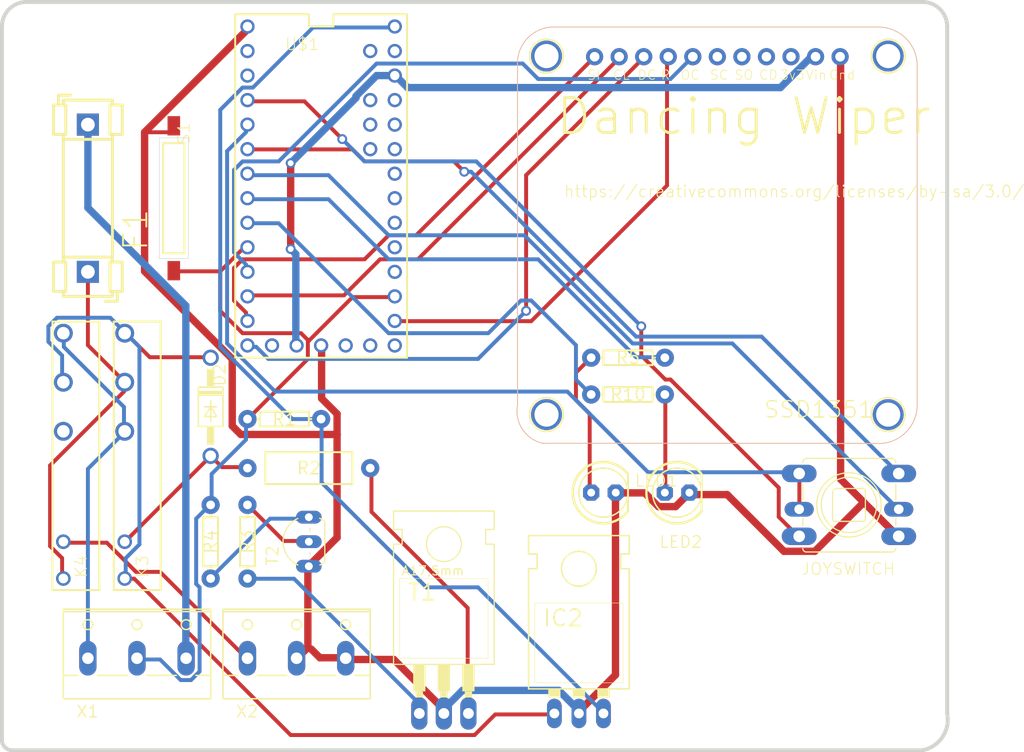
<source format=kicad_pcb>
(kicad_pcb (version 20200518) (host pcbnew "5.99.0-unknown-40250c4~88~ubuntu18.04.1")

  (general
    (thickness 1.6)
    (drawings 9)
    (tracks 308)
    (modules 26)
    (nets 33)
  )

  (paper "A4")
  (layers
    (0 "Top" signal)
    (31 "Bottom" signal)
    (32 "B.Adhes" user)
    (33 "F.Adhes" user)
    (34 "B.Paste" user)
    (35 "F.Paste" user)
    (36 "B.SilkS" user)
    (37 "F.SilkS" user)
    (38 "B.Mask" user)
    (39 "F.Mask" user)
    (40 "Dwgs.User" user)
    (41 "Cmts.User" user)
    (42 "Eco1.User" user)
    (43 "Eco2.User" user)
    (44 "Edge.Cuts" user)
    (45 "Margin" user)
    (46 "B.CrtYd" user)
    (47 "F.CrtYd" user)
    (48 "B.Fab" user)
    (49 "F.Fab" user)
  )

  (setup
    (last_trace_width 0.25)
    (trace_clearance 0.2)
    (zone_clearance 0.508)
    (zone_45_only no)
    (trace_min 0.2)
    (clearance_min 0)
    (via_min_annulus 0.05)
    (via_min_size 0.4)
    (through_hole_min 0.3)
    (hole_to_hole_min 0.25)
    (via_size 0.8)
    (via_drill 0.4)
    (uvia_size 0.3)
    (uvia_drill 0.1)
    (uvias_allowed no)
    (uvia_min_size 0.2)
    (uvia_min_drill 0.1)
    (max_error 0.005)
    (defaults
      (edge_clearance 0.01)
      (edge_cuts_line_width 0.05)
      (courtyard_line_width 0.05)
      (copper_line_width 0.2)
      (copper_text_dims (size 1.5 1.5) (thickness 0.3))
      (silk_line_width 0.12)
      (silk_text_dims (size 1 1) (thickness 0.15))
      (fab_layers_line_width 0.1)
      (fab_layers_text_dims (size 1 1) (thickness 0.15))
      (other_layers_line_width 0.1)
      (other_layers_text_dims (size 1 1) (thickness 0.15))
      (dimension_units 0)
      (dimension_precision 1)
    )
    (pad_size 1.524 1.524)
    (pad_drill 0.762)
    (pad_to_mask_clearance 0.05)
    (aux_axis_origin 0 0)
    (visible_elements FFFFFF7F)
    (pcbplotparams
      (layerselection 0x010fc_ffffffff)
      (usegerberextensions false)
      (usegerberattributes true)
      (usegerberadvancedattributes true)
      (creategerberjobfile true)
      (svguseinch false)
      (svgprecision 6)
      (excludeedgelayer true)
      (linewidth 0.100000)
      (plotframeref false)
      (viasonmask false)
      (mode 1)
      (useauxorigin false)
      (hpglpennumber 1)
      (hpglpenspeed 20)
      (hpglpendiameter 15.000000)
      (psnegative false)
      (psa4output false)
      (plotreference true)
      (plotvalue true)
      (plotinvisibletext false)
      (sketchpadsonfab false)
      (subtractmaskfromsilk false)
      (outputformat 1)
      (mirror false)
      (drillshape 1)
      (scaleselection 1)
      (outputdirectory "")
    )
  )

  (net 0 "")
  (net 1 "GND")
  (net 2 "AGND")
  (net 3 "VBAT")
  (net 4 "N$1")
  (net 5 "N$4")
  (net 6 "N$8")
  (net 7 "N$9")
  (net 8 "N$3")
  (net 9 "N$13")
  (net 10 "D12")
  (net 11 "D11")
  (net 12 "D10")
  (net 13 "D9")
  (net 14 "D14")
  (net 15 "D7")
  (net 16 "D6")
  (net 17 "D5")
  (net 18 "D4")
  (net 19 "D3")
  (net 20 "D2")
  (net 21 "D8")
  (net 22 "VCC")
  (net 23 "AREF")
  (net 24 "VUSB")
  (net 25 "VDD")
  (net 26 "N$2")
  (net 27 "N$10")
  (net 28 "N$16")
  (net 29 "N$18")
  (net 30 "N$19")
  (net 31 "3.3V")
  (net 32 "N$5")

  (net_class "Default" "This is the default net class."
    (clearance 0.2)
    (trace_width 0.25)
    (via_dia 0.8)
    (via_drill 0.4)
    (uvia_dia 0.3)
    (uvia_drill 0.1)
    (add_net "3.3V")
    (add_net "AGND")
    (add_net "AREF")
    (add_net "D10")
    (add_net "D11")
    (add_net "D12")
    (add_net "D14")
    (add_net "D2")
    (add_net "D3")
    (add_net "D4")
    (add_net "D5")
    (add_net "D6")
    (add_net "D7")
    (add_net "D8")
    (add_net "D9")
    (add_net "GND")
    (add_net "N$1")
    (add_net "N$10")
    (add_net "N$13")
    (add_net "N$16")
    (add_net "N$18")
    (add_net "N$19")
    (add_net "N$2")
    (add_net "N$3")
    (add_net "N$4")
    (add_net "N$5")
    (add_net "N$8")
    (add_net "N$9")
    (add_net "VBAT")
    (add_net "VCC")
    (add_net "VDD")
    (add_net "VUSB")
  )

  (module "" (layer "Top") (tedit 0) (tstamp 310f1142-8d11-4d5b-9dfe-db765726c98a)
    (at 102.114661 68.8086)
    (fp_text reference "@HOLE0" (at 0 0) (layer "F.SilkS") hide
      (effects (font (size 1.27 1.27) (thickness 0.15)))
    )
    (fp_text value "" (at 0 0) (layer "F.SilkS")
      (effects (font (size 1.27 1.27) (thickness 0.15)))
    )
    (pad "" np_thru_hole circle (at 0 0) (size 3.2 3.2) (drill 3.2) (layers *.Cu *.Mask) (tstamp d2bff0aa-6871-4f60-9aca-36cf95084600))
  )

  (module "" (layer "Top") (tedit 0) (tstamp d30bfc1c-39c4-4fc9-bcc6-fc1178f9fadc)
    (at 102.114661 141.1986)
    (fp_text reference "@HOLE1" (at 0 0) (layer "F.SilkS") hide
      (effects (font (size 1.27 1.27) (thickness 0.15)))
    )
    (fp_text value "" (at 0 0) (layer "F.SilkS")
      (effects (font (size 1.27 1.27) (thickness 0.15)))
    )
    (pad "" np_thru_hole circle (at 0 0) (size 3.2 3.2) (drill 3.2) (layers *.Cu *.Mask) (tstamp f98ed7bd-4b61-41e1-ba54-c5eda5bf35af))
  )

  (module "" (layer "Top") (tedit 0) (tstamp 97a183d8-8347-4386-ac74-7e79bb1a8ab2)
    (at 194.824661 141.1986)
    (fp_text reference "@HOLE2" (at 0 0) (layer "F.SilkS") hide
      (effects (font (size 1.27 1.27) (thickness 0.15)))
    )
    (fp_text value "" (at 0 0) (layer "F.SilkS")
      (effects (font (size 1.27 1.27) (thickness 0.15)))
    )
    (pad "" np_thru_hole circle (at 0 0) (size 3.2 3.2) (drill 3.2) (layers *.Cu *.Mask) (tstamp 6302a294-b1dd-45aa-adc8-956af0f94a70))
  )

  (module "" (layer "Top") (tedit 0) (tstamp 92954096-53b6-4e8c-a5ad-5b210499832c)
    (at 194.824661 68.8086)
    (fp_text reference "@HOLE3" (at 0 0) (layer "F.SilkS") hide
      (effects (font (size 1.27 1.27) (thickness 0.15)))
    )
    (fp_text value "" (at 0 0) (layer "F.SilkS")
      (effects (font (size 1.27 1.27) (thickness 0.15)))
    )
    (pad "" np_thru_hole circle (at 0 0) (size 3.2 3.2) (drill 3.2) (layers *.Cu *.Mask) (tstamp dd0ca289-a44a-4027-a7b1-0b845068221e))
  )

  (module "FUSE_HOLDER_5X20MM" (layer "Top") (tedit 0) (tstamp 3f58f37c-ac6e-4340-baa3-6e3d6368c516)
    (at 108.464661 94.2086 90)
    (descr "<b>Fuse Holder</b> 5x20 mm<p>\nSource: User LBR Version 2.05")
    (fp_text reference "F1" (at 2.032 6.35 90) (layer "F.SilkS")
      (effects (font (size 2.413 2.413) (thickness 0.19304)) (justify left bottom))
    )
    (fp_text value "FUSE" (at 2.413 0.762 90) (layer "F.Fab")
      (effects (font (size 2.413 2.413) (thickness 0.19304)) (justify left bottom))
    )
    (fp_line (start -2.54 -2.54) (end -2.54 2.54) (layer "F.SilkS") (width 0.3048))
    (fp_line (start 1.016 3.556) (end -2.032 3.556) (layer "F.SilkS") (width 0.3048))
    (fp_line (start -2.032 3.556) (end -2.032 2.54) (layer "F.SilkS") (width 0.3048))
    (fp_line (start -2.032 -3.556) (end 1.016 -3.556) (layer "F.SilkS") (width 0.3048))
    (fp_line (start -2.286 3.048) (end -3.048 3.048) (layer "F.SilkS") (width 0.3048))
    (fp_line (start -3.048 1.778) (end -3.048 3.048) (layer "F.SilkS") (width 0.3048))
    (fp_line (start 13.716 -2.54) (end 13.716 2.54) (layer "F.SilkS") (width 0.3048))
    (fp_line (start 1.524 -2.54) (end 1.524 2.54) (layer "F.SilkS") (width 0.3048))
    (fp_line (start 1.524 -2.54) (end 13.716 -2.54) (layer "F.SilkS") (width 0.3048))
    (fp_line (start 1.524 2.54) (end 13.716 2.54) (layer "F.SilkS") (width 0.3048))
    (fp_line (start -2.032 2.286) (end 1.016 2.286) (layer "F.SilkS") (width 0.3048))
    (fp_line (start -2.032 -2.286) (end 1.016 -2.286) (layer "F.SilkS") (width 0.3048))
    (fp_line (start 1.524 -2.54) (end 1.016 -2.54) (layer "F.SilkS") (width 0.3048))
    (fp_line (start 1.016 -2.54) (end 1.016 -3.556) (layer "F.SilkS") (width 0.3048))
    (fp_line (start 1.016 -2.54) (end 1.016 -2.286) (layer "F.SilkS") (width 0.3048))
    (fp_line (start -2.032 -2.286) (end -2.032 -2.54) (layer "F.SilkS") (width 0.3048))
    (fp_line (start -2.032 -2.54) (end -2.032 -3.556) (layer "F.SilkS") (width 0.3048))
    (fp_line (start -2.032 -2.54) (end -2.54 -2.54) (layer "F.SilkS") (width 0.3048))
    (fp_line (start -2.032 2.54) (end -2.032 2.286) (layer "F.SilkS") (width 0.3048))
    (fp_line (start -2.032 2.54) (end -2.54 2.54) (layer "F.SilkS") (width 0.3048))
    (fp_line (start 1.524 2.54) (end 1.016 2.54) (layer "F.SilkS") (width 0.3048))
    (fp_line (start 1.016 2.54) (end 1.016 2.286) (layer "F.SilkS") (width 0.3048))
    (fp_line (start 1.016 2.54) (end 1.016 3.556) (layer "F.SilkS") (width 0.3048))
    (fp_line (start 17.78 2.54) (end 17.78 -2.54) (layer "F.SilkS") (width 0.3048))
    (fp_line (start 14.224 -3.556) (end 17.272 -3.556) (layer "F.SilkS") (width 0.3048))
    (fp_line (start 17.272 -3.556) (end 17.272 -2.54) (layer "F.SilkS") (width 0.3048))
    (fp_line (start 17.272 3.556) (end 14.224 3.556) (layer "F.SilkS") (width 0.3048))
    (fp_line (start 17.526 -3.048) (end 18.288 -3.048) (layer "F.SilkS") (width 0.3048))
    (fp_line (start 18.288 -1.778) (end 18.288 -3.048) (layer "F.SilkS") (width 0.3048))
    (fp_line (start 17.272 -2.286) (end 14.224 -2.286) (layer "F.SilkS") (width 0.3048))
    (fp_line (start 17.272 2.286) (end 14.224 2.286) (layer "F.SilkS") (width 0.3048))
    (fp_line (start 13.716 2.54) (end 14.224 2.54) (layer "F.SilkS") (width 0.3048))
    (fp_line (start 14.224 2.54) (end 14.224 3.556) (layer "F.SilkS") (width 0.3048))
    (fp_line (start 14.224 2.54) (end 14.224 2.286) (layer "F.SilkS") (width 0.3048))
    (fp_line (start 17.272 2.286) (end 17.272 2.54) (layer "F.SilkS") (width 0.3048))
    (fp_line (start 17.272 2.54) (end 17.272 3.556) (layer "F.SilkS") (width 0.3048))
    (fp_line (start 17.272 2.54) (end 17.78 2.54) (layer "F.SilkS") (width 0.3048))
    (fp_line (start 17.272 -2.54) (end 17.272 -2.286) (layer "F.SilkS") (width 0.3048))
    (fp_line (start 17.272 -2.54) (end 17.78 -2.54) (layer "F.SilkS") (width 0.3048))
    (fp_line (start 13.716 -2.54) (end 14.224 -2.54) (layer "F.SilkS") (width 0.3048))
    (fp_line (start 14.224 -2.54) (end 14.224 -2.286) (layer "F.SilkS") (width 0.3048))
    (fp_line (start 14.224 -2.54) (end 14.224 -3.556) (layer "F.SilkS") (width 0.3048))
    (pad "1" thru_hole rect (at 0 0 90) (size 2.286 2.286) (drill 1.4224) (layers *.Cu *.Mask)
      (net 27 "N$10") (solder_mask_margin 0.1016) (tstamp eb1c6c53-41f3-44b0-b5d4-d3b2c9865792))
    (pad "2" thru_hole rect (at 15.24 0 90) (size 2.286 2.286) (drill 1.4224) (layers *.Cu *.Mask)
      (net 32 "N$5") (solder_mask_margin 0.1016) (tstamp 3e450a18-f73f-4953-a688-b2803263dacb))
  )

  (module "CREATIVE_COMMONS" (layer "Top") (tedit 0) (tstamp 839f33fd-a1fc-4ca4-ab93-6ae0e0f0dee6)
    (at 156.724661 89.1286)
    (fp_text reference "FRAME1" (at 0 0) (layer "F.SilkS") hide
      (effects (font (size 1.27 1.27) (thickness 0.15)))
    )
    (fp_text value "FRAME-LETTER" (at 0 0) (layer "F.SilkS") hide
      (effects (font (size 1.27 1.27) (thickness 0.15)))
    )
    (fp_text user " https://creativecommons.org/licenses/by-sa/3.0/" (at 0 -2.54) (layer "F.SilkS")
      (effects (font (size 1.2065 1.2065) (thickness 0.1016)) (justify left bottom))
    )
  )

  (module "TO-220-ALT" (layer "Top") (tedit 0) (tstamp cac3690a-38b0-4218-b162-f1379d3c434b)
    (at 159.264661 136.1186)
    (fp_text reference "IC2" (at -3.81 -5.08) (layer "F.SilkS")
      (effects (font (size 1.6891 1.6891) (thickness 0.1778)) (justify left bottom))
    )
    (fp_text value "" (at -3.937 -2.54) (layer "F.Fab")
      (effects (font (size 1.6891 1.6891) (thickness 0.1778)) (justify left bottom))
    )
    (fp_line (start -5.207 1.27) (end 5.207 1.27) (layer "F.SilkS") (width 0.1524))
    (fp_line (start 5.207 -14.605) (end -5.207 -14.605) (layer "F.SilkS") (width 0.1524))
    (fp_line (start 5.207 1.27) (end 5.207 -11.176) (layer "F.SilkS") (width 0.1524))
    (fp_line (start 5.207 -11.176) (end 4.318 -11.176) (layer "F.SilkS") (width 0.1524))
    (fp_line (start 4.318 -11.176) (end 4.318 -12.7) (layer "F.SilkS") (width 0.1524))
    (fp_line (start 4.318 -12.7) (end 5.207 -12.7) (layer "F.SilkS") (width 0.1524))
    (fp_line (start 5.207 -12.7) (end 5.207 -14.605) (layer "F.SilkS") (width 0.1524))
    (fp_line (start -5.207 1.27) (end -5.207 -11.176) (layer "F.SilkS") (width 0.1524))
    (fp_line (start -5.207 -11.176) (end -4.318 -11.176) (layer "F.SilkS") (width 0.1524))
    (fp_line (start -4.318 -11.176) (end -4.318 -12.7) (layer "F.SilkS") (width 0.1524))
    (fp_line (start -4.318 -12.7) (end -5.207 -12.7) (layer "F.SilkS") (width 0.1524))
    (fp_line (start -5.207 -12.7) (end -5.207 -14.605) (layer "F.SilkS") (width 0.1524))
    (fp_line (start -4.572 0.635) (end 4.572 0.635) (layer "F.SilkS") (width 0.0508))
    (fp_line (start 4.572 -7.62) (end 4.572 0.635) (layer "F.SilkS") (width 0.0508))
    (fp_line (start 4.572 -7.62) (end -4.572 -7.62) (layer "F.SilkS") (width 0.0508))
    (fp_line (start -4.572 0.635) (end -4.572 -7.62) (layer "F.SilkS") (width 0.0508))
    (fp_circle (center 0 -11.176) (end 1.8034 -11.176) (layer "F.SilkS") (width 0.1524))
    (fp_circle (center 0 -11.176) (end 1.524 -11.176) (layer "Dwgs.User") (width 3.048))
    (fp_circle (center 0 -11.176) (end 1.524 -11.176) (layer "Dwgs.User") (width 3.048))
    (fp_text user "-" (at -0.508 0) (layer "F.Fab")
      (effects (font (size 1.2065 1.2065) (thickness 0.127)) (justify left bottom))
    )
    (fp_text user "I" (at -3.048 0) (layer "F.Fab")
      (effects (font (size 1.2065 1.2065) (thickness 0.127)) (justify left bottom))
    )
    (fp_text user "O" (at 2.032 0) (layer "F.Fab")
      (effects (font (size 1.2065 1.2065) (thickness 0.127)) (justify left bottom))
    )
    (fp_poly (pts (xy 1.905 2.159) (xy 3.175 2.159) (xy 3.175 1.27) (xy 1.905 1.27)) (layer "F.SilkS") (width 0))
    (fp_poly (pts (xy 1.905 3.81) (xy 3.175 3.81) (xy 3.175 2.159) (xy 1.905 2.159)) (layer "F.Fab") (width 0))
    (fp_poly (pts (xy -0.635 2.159) (xy 0.635 2.159) (xy 0.635 1.27) (xy -0.635 1.27)) (layer "F.SilkS") (width 0))
    (fp_poly (pts (xy -3.175 2.159) (xy -1.905 2.159) (xy -1.905 1.27) (xy -3.175 1.27)) (layer "F.SilkS") (width 0))
    (fp_poly (pts (xy -0.635 3.81) (xy 0.635 3.81) (xy 0.635 2.159) (xy -0.635 2.159)) (layer "F.Fab") (width 0))
    (fp_poly (pts (xy -3.175 3.81) (xy -1.905 3.81) (xy -1.905 2.159) (xy -3.175 2.159)) (layer "F.Fab") (width 0))
    (pad "IN" thru_hole oval (at -2.54 3.81 90) (size 3.048 1.524) (drill 1.016) (layers *.Cu *.Mask)
      (net 30 "N$19") (solder_mask_margin 0.1016) (tstamp 26a66ffa-387a-4c35-b01f-fc9d585c7d9a))
    (pad "GND" thru_hole oval (at 0 3.81 90) (size 3.048 1.524) (drill 1.016) (layers *.Cu *.Mask)
      (net 1 "GND") (solder_mask_margin 0.1016) (tstamp 8fb21193-0b7f-49c1-a5a4-46ec8b73067a))
    (pad "OUT" thru_hole oval (at 2.54 3.81 90) (size 3.048 1.524) (drill 1.016) (layers *.Cu *.Mask)
      (net 25 "VDD") (solder_mask_margin 0.1016) (tstamp 4fc2bbf7-9417-4686-b5db-b327b8806bdb))
    (pad "" np_thru_hole circle (at 0 -11.176) (size 3.302 3.302) (drill 3.302) (layers *.Cu *.Mask) (tstamp a9b28257-a965-4c20-ba77-19250dff6dfc))
  )

  (module "AXIAL-0.5" (layer "Top") (tedit 0) (tstamp 1ed36a8d-a91d-4be8-a833-6b6fb868b2ed)
    (at 131.324661 114.5286)
    (descr "1/2W Resistor, 0.5\" wide<p>\n\nYageo CFR series <a href=\"http://www.yageo.com/pdf/yageo/Leaded-R_CFR_2008.pdf\">http://www.yageo.com/pdf/yageo/Leaded-R_CFR_2008.pdf</a>")
    (fp_text reference "R2" (at 0 0) (layer "F.SilkS")
      (effects (font (size 1.27 1.27) (thickness 0.15)))
    )
    (fp_text value "33" (at 0 0) (layer "F.SilkS") hide
      (effects (font (size 1.27 1.27) (thickness 0.15)))
    )
    (fp_line (start -4.5 1.65) (end -4.5 -1.65) (layer "F.SilkS") (width 0.2032))
    (fp_line (start -4.5 -1.65) (end 4.5 -1.65) (layer "F.SilkS") (width 0.2032))
    (fp_line (start 4.5 -1.65) (end 4.5 1.65) (layer "F.SilkS") (width 0.2032))
    (fp_line (start 4.5 1.65) (end -4.5 1.65) (layer "F.SilkS") (width 0.2032))
    (fp_text user ">Name" (at -4.445 -2.54) (layer "F.SilkS") hide
      (effects (font (size 0.77216 0.77216) (thickness 0.12192)) (justify left bottom))
    )
    (fp_text user ">Value" (at -3.429 0.381) (layer "F.SilkS") hide
      (effects (font (size 0.77216 0.77216) (thickness 0.12192)) (justify left bottom))
    )
    (pad "P$1" thru_hole circle (at -6.35 0) (size 1.8796 1.8796) (drill 0.9) (layers *.Cu *.Mask)
      (net 26 "N$2") (solder_mask_margin 0.1016) (tstamp eba9d727-4535-498b-8fb3-c08f2c175ea6))
    (pad "P$2" thru_hole circle (at 6.35 0) (size 1.8796 1.8796) (drill 0.9) (layers *.Cu *.Mask)
      (net 7 "N$9") (solder_mask_margin 0.1016) (tstamp 039c8cf0-5554-4196-85e0-e15305114e4e))
  )

  (module "AXIAL-0.3EZ" (layer "Top") (tedit 0) (tstamp bdd5e6f0-b03d-4ef4-a869-2b22adca58e8)
    (at 124.974661 122.1486 -90)
    (descr "This is the \"EZ\" version of the standard .3\" spaced resistor package.<br>\nIt has a reduced top mask to make it harder to install upside-down.")
    (fp_text reference "R3" (at 0 0 -90) (layer "F.SilkS")
      (effects (font (size 1.27 1.27) (thickness 0.15)))
    )
    (fp_text value "1k" (at 0 0 -90) (layer "F.SilkS") hide
      (effects (font (size 1.27 1.27) (thickness 0.15)))
    )
    (fp_line (start -2.54 -0.762) (end 2.54 -0.762) (layer "F.SilkS") (width 0.2032))
    (fp_line (start 2.54 -0.762) (end 2.54 0) (layer "F.SilkS") (width 0.2032))
    (fp_line (start 2.54 0) (end 2.54 0.762) (layer "F.SilkS") (width 0.2032))
    (fp_line (start 2.54 0.762) (end -2.54 0.762) (layer "F.SilkS") (width 0.2032))
    (fp_line (start -2.54 0.762) (end -2.54 0) (layer "F.SilkS") (width 0.2032))
    (fp_line (start -2.54 0) (end -2.54 -0.762) (layer "F.SilkS") (width 0.2032))
    (fp_line (start 2.54 0) (end 2.794 0) (layer "F.SilkS") (width 0.2032))
    (fp_line (start -2.54 0) (end -2.794 0) (layer "F.SilkS") (width 0.2032))
    (fp_text user ">Name" (at -2.54 -1.27 -90) (layer "F.SilkS") hide
      (effects (font (size 0.9652 0.9652) (thickness 0.08128)) (justify left bottom))
    )
    (fp_text user ">Value" (at -2.032 0.381 -90) (layer "F.SilkS") hide
      (effects (font (size 0.9652 0.9652) (thickness 0.1524)) (justify left bottom))
    )
    (fp_circle (center -3.81 0) (end -3.556 0) (layer "F.Mask") (width 0.508))
    (fp_circle (center 3.81 0) (end 4.071817 0) (layer "F.Mask") (width 0.523634))
    (fp_circle (center -3.81 0) (end -3.298047 0) (layer "B.Mask") (width 1.023906))
    (fp_circle (center 3.81 0) (end 4.333634 0) (layer "B.Mask") (width 1.047268))
    (pad "P$1" thru_hole circle (at -3.81 0 270) (size 1.8796 1.8796) (drill 0.9) (layers *.Cu)
      (net 5 "N$4") (solder_mask_margin 0.1016) (tstamp 2a7c3c6f-ae0b-4b85-b375-a1435db65ef3))
    (pad "P$2" thru_hole circle (at 3.81 0 270) (size 1.8796 1.8796) (drill 0.9) (layers *.Cu)
      (net 4 "N$1") (solder_mask_margin 0.1016) (tstamp 324b520b-8c1a-4ecd-9c20-07092532a296))
  )

  (module "AXIAL-0.3EZ" (layer "Top") (tedit 0) (tstamp bdd5e6f0-b03d-4ef4-a869-2b22adca58e8)
    (at 121.164661 122.1486 -90)
    (descr "This is the \"EZ\" version of the standard .3\" spaced resistor package.<br>\nIt has a reduced top mask to make it harder to install upside-down.")
    (fp_text reference "R4" (at 0 0 -90) (layer "F.SilkS")
      (effects (font (size 1.27 1.27) (thickness 0.15)))
    )
    (fp_text value "10k" (at 0 0 -90) (layer "F.SilkS") hide
      (effects (font (size 1.27 1.27) (thickness 0.15)))
    )
    (fp_line (start -2.54 -0.762) (end 2.54 -0.762) (layer "F.SilkS") (width 0.2032))
    (fp_line (start 2.54 -0.762) (end 2.54 0) (layer "F.SilkS") (width 0.2032))
    (fp_line (start 2.54 0) (end 2.54 0.762) (layer "F.SilkS") (width 0.2032))
    (fp_line (start 2.54 0.762) (end -2.54 0.762) (layer "F.SilkS") (width 0.2032))
    (fp_line (start -2.54 0.762) (end -2.54 0) (layer "F.SilkS") (width 0.2032))
    (fp_line (start -2.54 0) (end -2.54 -0.762) (layer "F.SilkS") (width 0.2032))
    (fp_line (start 2.54 0) (end 2.794 0) (layer "F.SilkS") (width 0.2032))
    (fp_line (start -2.54 0) (end -2.794 0) (layer "F.SilkS") (width 0.2032))
    (fp_text user ">Name" (at -2.54 -1.27 -90) (layer "F.SilkS") hide
      (effects (font (size 0.9652 0.9652) (thickness 0.08128)) (justify left bottom))
    )
    (fp_text user ">Value" (at -2.032 0.381 -90) (layer "F.SilkS") hide
      (effects (font (size 0.9652 0.9652) (thickness 0.1524)) (justify left bottom))
    )
    (fp_circle (center -3.81 0) (end -3.556 0) (layer "F.Mask") (width 0.508))
    (fp_circle (center 3.81 0) (end 4.071817 0) (layer "F.Mask") (width 0.523634))
    (fp_circle (center -3.81 0) (end -3.298047 0) (layer "B.Mask") (width 1.023906))
    (fp_circle (center 3.81 0) (end 4.333634 0) (layer "B.Mask") (width 1.047268))
    (pad "P$1" thru_hole circle (at -3.81 0 270) (size 1.8796 1.8796) (drill 0.9) (layers *.Cu)
      (net 21 "D8") (solder_mask_margin 0.1016) (tstamp 2a7c3c6f-ae0b-4b85-b375-a1435db65ef3))
    (pad "P$2" thru_hole circle (at 3.81 0 270) (size 1.8796 1.8796) (drill 0.9) (layers *.Cu)
      (net 6 "N$8") (solder_mask_margin 0.1016) (tstamp 324b520b-8c1a-4ecd-9c20-07092532a296))
  )

  (module "CT10-A2" (layer "Top") (tedit 0) (tstamp 7164d737-1e58-426c-a00e-944ab56bc05c)
    (at 117.354661 86.5886 -90)
    (descr "<b>CT10 Series Molded Switch</b><p>\nCOTO TECHNOLOGY / www.cotorelay.com<br>\nSource: <a href=\"http://www.farnell.com/datasheets/91368.pdf\"> Data sheet </a>")
    (fp_text reference "S1" (at -5.5 -1.75 -90) (layer "F.SilkS")
      (effects (font (size 1.2065 1.2065) (thickness 0.1016)) (justify left bottom))
    )
    (fp_text value "REED-Switch" (at -5.5 3 -90) (layer "F.Fab")
      (effects (font (size 1.2065 1.2065) (thickness 0.1016)) (justify left bottom))
    )
    (fp_line (start 5.7 -1.1) (end 5.7 1.1) (layer "F.SilkS") (width 0.2032))
    (fp_line (start 5.7 1.1) (end -5.7 1.1) (layer "F.SilkS") (width 0.2032))
    (fp_line (start -5.7 1.1) (end -5.7 -1.1) (layer "F.SilkS") (width 0.2032))
    (fp_line (start -5.7 -1.1) (end 5.7 -1.1) (layer "F.SilkS") (width 0.2032))
    (fp_line (start -6.25 -1.5) (end 6.25 -1.5) (layer "Edge.Cuts") (width 0.05))
    (fp_line (start 6.25 -1.5) (end 6.25 1.5) (layer "Edge.Cuts") (width 0.05))
    (fp_line (start 6.25 1.5) (end -6.25 1.5) (layer "Edge.Cuts") (width 0.05))
    (fp_line (start -6.25 1.5) (end -6.25 -1.5) (layer "Edge.Cuts") (width 0.05))
    (fp_poly (pts (xy -7.86 0.505) (xy -5.7 0.505) (xy -5.7 -0.505) (xy -7.86 -0.505)) (layer "F.Fab") (width 0))
    (fp_poly (pts (xy 7.86 -0.504999) (xy 5.7 -0.505) (xy 5.7 0.504999) (xy 7.86 0.505)) (layer "F.Fab") (width 0))
    (pad "1" smd rect (at -7.5 0 270) (size 2 1.3) (layers "Top" "F.Paste" "F.Mask")
      (net 1 "GND") (solder_mask_margin 0.1016) (tstamp 5af8cb20-3c96-4591-9f76-916d516e87bd))
    (pad "2" smd rect (at 7.5 0 270) (size 2 1.3) (layers "Top" "F.Paste" "F.Mask")
      (net 21 "D8") (solder_mask_margin 0.1016) (tstamp ab991d59-255a-4a21-88ff-ede4d62c40eb))
  )

  (module "TO220" (layer "Top") (tedit 0) (tstamp a583016f-e37d-425d-8cd4-5faa51d79b5e)
    (at 145.294661 133.5786)
    (descr "<b>TO 220 horizontal</b>")
    (fp_text reference "T1" (at -3.81 -5.207) (layer "F.SilkS")
      (effects (font (size 1.6891 1.6891) (thickness 0.1778)) (justify left bottom))
    )
    (fp_text value "TIP32" (at -3.937 -2.54) (layer "F.Fab")
      (effects (font (size 1.6891 1.6891) (thickness 0.1778)) (justify left bottom))
    )
    (fp_line (start -5.207 1.27) (end 5.207 1.27) (layer "F.SilkS") (width 0.127))
    (fp_line (start 5.207 -14.605) (end -5.207 -14.605) (layer "F.SilkS") (width 0.127))
    (fp_line (start 5.207 1.27) (end 5.207 -11.176) (layer "F.SilkS") (width 0.127))
    (fp_line (start 5.207 -11.176) (end 4.318 -11.176) (layer "F.SilkS") (width 0.127))
    (fp_line (start 4.318 -11.176) (end 4.318 -12.7) (layer "F.SilkS") (width 0.127))
    (fp_line (start 4.318 -12.7) (end 5.207 -12.7) (layer "F.SilkS") (width 0.127))
    (fp_line (start 5.207 -12.7) (end 5.207 -14.605) (layer "F.SilkS") (width 0.127))
    (fp_line (start -5.207 1.27) (end -5.207 -11.176) (layer "F.SilkS") (width 0.127))
    (fp_line (start -5.207 -11.176) (end -4.318 -11.176) (layer "F.SilkS") (width 0.127))
    (fp_line (start -4.318 -11.176) (end -4.318 -12.7) (layer "F.SilkS") (width 0.127))
    (fp_line (start -4.318 -12.7) (end -5.207 -12.7) (layer "F.SilkS") (width 0.127))
    (fp_line (start -5.207 -12.7) (end -5.207 -14.605) (layer "F.SilkS") (width 0.127))
    (fp_line (start -4.572 0.635) (end 4.572 0.635) (layer "F.SilkS") (width 0.0508))
    (fp_line (start 4.572 -7.62) (end 4.572 0.635) (layer "F.SilkS") (width 0.0508))
    (fp_line (start 4.572 -7.62) (end -4.572 -7.62) (layer "F.SilkS") (width 0.0508))
    (fp_line (start -4.572 0.635) (end -4.572 -7.62) (layer "F.SilkS") (width 0.0508))
    (fp_circle (center 0 -11.176) (end 1.8034 -11.176) (layer "F.SilkS") (width 0.127))
    (fp_circle (center 0 -11.176) (end 2.0955 -11.176) (layer "Dwgs.User") (width 4.191))
    (fp_circle (center 0 -11.176) (end 2.0955 -11.176) (layer "Dwgs.User") (width 4.191))
    (fp_text user "A17,5mm" (at -4.445 -7.874) (layer "F.SilkS")
      (effects (font (size 0.94107 0.94107) (thickness 0.118872)) (justify left bottom))
    )
    (fp_text user "1" (at -3.175 0) (layer "F.Fab")
      (effects (font (size 1.2065 1.2065) (thickness 0.127)) (justify left bottom))
    )
    (fp_text user "2" (at -0.635 0) (layer "F.Fab")
      (effects (font (size 1.2065 1.2065) (thickness 0.127)) (justify left bottom))
    )
    (fp_text user "3" (at 1.905 0) (layer "F.Fab")
      (effects (font (size 1.2065 1.2065) (thickness 0.127)) (justify left bottom))
    )
    (fp_poly (pts (xy 2.159 4.699) (xy 2.921 4.699) (xy 2.921 4.064) (xy 2.159 4.064)) (layer "F.SilkS") (width 0))
    (fp_poly (pts (xy -0.381 4.699) (xy 0.381 4.699) (xy 0.381 4.064) (xy -0.381 4.064)) (layer "F.SilkS") (width 0))
    (fp_poly (pts (xy -2.921 4.699) (xy -2.159 4.699) (xy -2.159 4.064) (xy -2.921 4.064)) (layer "F.SilkS") (width 0))
    (fp_poly (pts (xy -3.175 4.064) (xy -1.905 4.064) (xy -1.905 1.27) (xy -3.175 1.27)) (layer "F.SilkS") (width 0))
    (fp_poly (pts (xy -0.635 4.064) (xy 0.635 4.064) (xy 0.635 1.27) (xy -0.635 1.27)) (layer "F.SilkS") (width 0))
    (fp_poly (pts (xy 1.905 4.064) (xy 3.175 4.064) (xy 3.175 1.27) (xy 1.905 1.27)) (layer "F.SilkS") (width 0))
    (fp_poly (pts (xy -2.921 6.604) (xy -2.159 6.604) (xy -2.159 4.699) (xy -2.921 4.699)) (layer "F.Fab") (width 0))
    (fp_poly (pts (xy -0.381 6.604) (xy 0.381 6.604) (xy 0.381 4.699) (xy -0.381 4.699)) (layer "F.Fab") (width 0))
    (fp_poly (pts (xy 2.159 6.604) (xy 2.921 6.604) (xy 2.921 4.699) (xy 2.159 4.699)) (layer "F.Fab") (width 0))
    (pad "1" thru_hole oval (at -2.54 6.35 90) (size 3.3528 1.6764) (drill 1.1176) (layers *.Cu *.Mask)
      (net 4 "N$1") (solder_mask_margin 0.1016) (tstamp 77f4353e-fb51-4b0f-89e6-98280d4f1439))
    (pad "2" thru_hole oval (at 0 6.35 90) (size 3.3528 1.6764) (drill 1.1176) (layers *.Cu *.Mask)
      (net 1 "GND") (solder_mask_margin 0.1016) (tstamp aa171e99-7236-4db4-a358-b77e8053d27e))
    (pad "3" thru_hole oval (at 2.54 6.35 90) (size 3.3528 1.6764) (drill 1.1176) (layers *.Cu *.Mask)
      (net 7 "N$9") (solder_mask_margin 0.1016) (tstamp f717eac9-d57c-4106-a687-015565753678))
    (pad "" np_thru_hole circle (at 0 -11.176) (size 3.302 3.302) (drill 3.302) (layers *.Cu *.Mask) (tstamp 80940b5f-9832-4f47-a6ae-815aa64ec30e))
  )

  (module "TO92-ECB" (layer "Top") (tedit 0) (tstamp 61761f87-143e-4f5a-87ac-c5fe029386f9)
    (at 131.324661 122.1486 90)
    (descr "<b>TO-92</b> Pads In Line E C B from top<p>")
    (fp_text reference "T2" (at -2.54 -3.048 90) (layer "F.SilkS")
      (effects (font (size 1.2065 1.2065) (thickness 0.127)) (justify left bottom))
    )
    (fp_text value "2SC1815" (at -2.54 3.302 90) (layer "F.Fab")
      (effects (font (size 1.2065 1.2065) (thickness 0.127)) (justify left bottom))
    )
    (fp_line (start -2.095 1.651) (end 2.095 1.651) (layer "F.SilkS") (width 0.127))
    (fp_arc (start 0 0.000008) (end -2.413 -1.1359) (angle 129.583) (layer "F.SilkS") (width 0.127))
    (fp_line (start 1.136 0.127) (end -1.136 0.127) (layer "F.Fab") (width 0.127))
    (fp_arc (start -0.000297 0.000014) (end -2.413 -1.1359) (angle -27.9407) (layer "F.Fab") (width 0.127))
    (fp_arc (start -0.000004 -0.000091) (end -2.664 0.127) (angle -22.4788) (layer "F.Fab") (width 0.127))
    (fp_line (start -1.404 0.127) (end -2.664 0.127) (layer "F.Fab") (width 0.127))
    (fp_arc (start -0.000495 -0.000106) (end -2.4135 1.1359) (angle -13.0385) (layer "F.SilkS") (width 0.127))
    (fp_line (start -1.136 0.127) (end -1.404 0.127) (layer "F.SilkS") (width 0.127))
    (fp_arc (start 0.000004 -0.000091) (end 2.413 1.1359) (angle -22.4788) (layer "F.Fab") (width 0.127))
    (fp_arc (start -0.000402 0.000154) (end 2.664 0.127) (angle -27.9333) (layer "F.Fab") (width 0.127))
    (fp_line (start 2.664 0.127) (end 1.404 0.127) (layer "F.Fab") (width 0.127))
    (fp_line (start 1.404 0.127) (end 1.136 0.127) (layer "F.SilkS") (width 0.127))
    (fp_arc (start 0.000492 -0.000109) (end 2.095 1.651) (angle -13.6094) (layer "F.SilkS") (width 0.127))
    (pad "C" thru_hole oval (at 0 0 180) (size 2.6416 1.3208) (drill 0.8128) (layers *.Cu *.Mask)
      (net 5 "N$4") (solder_mask_margin 0.1016) (tstamp 93c70bfd-95ac-4911-9568-45939a16ce31))
    (pad "E" thru_hole oval (at -2.54 0 180) (size 2.6416 1.3208) (drill 0.8128) (layers *.Cu *.Mask)
      (net 1 "GND") (solder_mask_margin 0.1016) (tstamp fd971cbe-0de8-4e6c-bd3c-212efa65040d))
    (pad "B" thru_hole oval (at 2.54 0 180) (size 2.6416 1.3208) (drill 0.8128) (layers *.Cu *.Mask)
      (net 6 "N$8") (solder_mask_margin 0.1016) (tstamp 8780e3c0-cdf0-49c4-8217-3ad3e88e0bc4))
  )

  (module "TEENSY_3.0+4" (layer "Top") (tedit 0) (tstamp 3e4e27c2-2dea-4c63-99b1-cbaf7e62b473)
    (at 132.594661 85.3186)
    (fp_text reference "U$1" (at -3.81 -13.97) (layer "F.SilkS")
      (effects (font (size 1.2065 1.2065) (thickness 0.1016)) (justify left bottom))
    )
    (fp_text value "TEENSY_3.1" (at -3.81 13.97) (layer "F.Fab")
      (effects (font (size 1.2065 1.2065) (thickness 0.1016)) (justify left bottom))
    )
    (fp_line (start -8.89 -17.78) (end 8.89 -17.78) (layer "F.Fab") (width 0.127))
    (fp_line (start 8.89 -17.78) (end 8.89 17.78) (layer "F.Fab") (width 0.127))
    (fp_line (start 8.89 17.78) (end -8.89 17.78) (layer "F.Fab") (width 0.127))
    (fp_line (start -8.89 17.78) (end -8.89 -17.78) (layer "F.Fab") (width 0.127))
    (fp_line (start -1.27 -16.51) (end 1.27 -16.51) (layer "F.SilkS") (width 0.2032))
    (fp_line (start 1.27 -16.51) (end 1.27 -17.78) (layer "F.SilkS") (width 0.2032))
    (fp_line (start 1.27 -17.78) (end 8.89 -17.78) (layer "F.SilkS") (width 0.2032))
    (fp_line (start 8.89 -17.78) (end 8.89 17.78) (layer "F.SilkS") (width 0.2032))
    (fp_line (start 8.89 17.78) (end -8.89 17.78) (layer "F.SilkS") (width 0.2032))
    (fp_line (start -8.89 17.78) (end -8.89 -17.78) (layer "F.SilkS") (width 0.2032))
    (fp_line (start -8.89 -17.78) (end -1.27 -17.78) (layer "F.SilkS") (width 0.2032))
    (fp_line (start -1.27 -17.78) (end -1.27 -16.51) (layer "F.SilkS") (width 0.2032))
    (pad "GND" thru_hole circle (at -7.62 -16.51) (size 1.4732 1.4732) (drill 0.9652) (layers *.Cu *.Mask)
      (net 1 "GND") (solder_mask_margin 0.1016) (tstamp c232030f-c4f4-4018-8c79-011a15b22886))
    (pad "0" thru_hole circle (at -7.62 -13.97) (size 1.4732 1.4732) (drill 0.9652) (layers *.Cu *.Mask)
      (solder_mask_margin 0.1016) (tstamp 7d219617-8e3f-4341-8ac5-32bfca0a71f2))
    (pad "1" thru_hole circle (at -7.62 -11.43) (size 1.4732 1.4732) (drill 0.9652) (layers *.Cu *.Mask)
      (solder_mask_margin 0.1016) (tstamp 666c96ad-802f-4760-9faa-d10f5d18c016))
    (pad "2" thru_hole circle (at -7.62 -8.89) (size 1.4732 1.4732) (drill 0.9652) (layers *.Cu *.Mask)
      (net 20 "D2") (solder_mask_margin 0.1016) (tstamp fb213d0a-011e-4151-afa5-4b0aa3825e03))
    (pad "3" thru_hole circle (at -7.62 -6.35) (size 1.4732 1.4732) (drill 0.9652) (layers *.Cu *.Mask)
      (net 19 "D3") (solder_mask_margin 0.1016) (tstamp 75d5ad51-abf6-4ea8-ba5a-bba023e05fd1))
    (pad "4" thru_hole circle (at -7.62 -3.81) (size 1.4732 1.4732) (drill 0.9652) (layers *.Cu *.Mask)
      (net 18 "D4") (solder_mask_margin 0.1016) (tstamp 619c4586-e6c8-460a-a2c6-fa115bd73123))
    (pad "5" thru_hole circle (at -7.62 -1.27) (size 1.4732 1.4732) (drill 0.9652) (layers *.Cu *.Mask)
      (net 17 "D5") (solder_mask_margin 0.1016) (tstamp 5332d86f-a86e-48e6-a31b-0d65866389d5))
    (pad "6" thru_hole circle (at -7.62 1.27) (size 1.4732 1.4732) (drill 0.9652) (layers *.Cu *.Mask)
      (net 16 "D6") (solder_mask_margin 0.1016) (tstamp b387d37a-0871-4e8c-9342-0b9d8e51a560))
    (pad "7" thru_hole circle (at -7.62 3.81) (size 1.4732 1.4732) (drill 0.9652) (layers *.Cu *.Mask)
      (net 15 "D7") (solder_mask_margin 0.1016) (tstamp 306bc059-162a-4978-acbc-06fec95c9905))
    (pad "8" thru_hole circle (at -7.62 6.35) (size 1.4732 1.4732) (drill 0.9652) (layers *.Cu *.Mask)
      (net 21 "D8") (solder_mask_margin 0.1016) (tstamp 04849ba5-9830-4390-81d7-d59222e7a66e))
    (pad "9" thru_hole circle (at -7.62 8.89) (size 1.4732 1.4732) (drill 0.9652) (layers *.Cu *.Mask)
      (net 13 "D9") (solder_mask_margin 0.1016) (tstamp 0eb1d6a3-2ac4-48e9-9dc0-f7a192361cdf))
    (pad "10" thru_hole circle (at -7.62 11.43) (size 1.4732 1.4732) (drill 0.9652) (layers *.Cu *.Mask)
      (net 12 "D10") (solder_mask_margin 0.1016) (tstamp 4611cb79-eb36-417a-9a99-09ccb44280b5))
    (pad "11" thru_hole circle (at -7.62 13.97) (size 1.4732 1.4732) (drill 0.9652) (layers *.Cu *.Mask)
      (net 11 "D11") (solder_mask_margin 0.1016) (tstamp d173ccc4-61d8-4f0d-bd79-fa9d014dd105))
    (pad "12" thru_hole circle (at -7.62 16.51) (size 1.4732 1.4732) (drill 0.9652) (layers *.Cu *.Mask)
      (net 10 "D12") (solder_mask_margin 0.1016) (tstamp 9bace70a-ec7b-4c42-b00a-c1e885fa0e5f))
    (pad "VBAT" thru_hole circle (at -5.08 16.51) (size 1.4732 1.4732) (drill 0.9652) (layers *.Cu *.Mask)
      (net 3 "VBAT") (solder_mask_margin 0.1016) (tstamp caeced76-8514-4343-8e6e-fa1abef2fb1b))
    (pad "3.3V1" thru_hole circle (at -2.54 16.51) (size 1.4732 1.4732) (drill 0.9652) (layers *.Cu *.Mask)
      (net 22 "VCC") (solder_mask_margin 0.1016) (tstamp c0ef17e1-cac1-4f15-8bdb-a7cc85a52214))
    (pad "GND1" thru_hole circle (at 0 16.51) (size 1.4732 1.4732) (drill 0.9652) (layers *.Cu *.Mask)
      (net 1 "GND") (solder_mask_margin 0.1016) (tstamp f2947d60-599a-4b5d-981f-10d377e23eff))
    (pad "PGM" thru_hole circle (at 2.54 16.51) (size 1.4732 1.4732) (drill 0.9652) (layers *.Cu *.Mask)
      (solder_mask_margin 0.1016) (tstamp 1e42c101-d84f-45ff-ae81-b7e7c7f95275))
    (pad "RESET" thru_hole circle (at 5.08 16.51) (size 1.4732 1.4732) (drill 0.9652) (layers *.Cu *.Mask)
      (solder_mask_margin 0.1016) (tstamp 59399e39-c477-4374-95df-7b617264286f))
    (pad "13" thru_hole circle (at 7.62 16.51) (size 1.4732 1.4732) (drill 0.9652) (layers *.Cu *.Mask)
      (solder_mask_margin 0.1016) (tstamp 3bed4902-b494-42cd-826a-e0bd2cf78647))
    (pad "14/A0" thru_hole circle (at 7.62 13.97) (size 1.4732 1.4732) (drill 0.9652) (layers *.Cu *.Mask)
      (net 14 "D14") (solder_mask_margin 0.1016) (tstamp 506936e6-2649-4862-851d-aa95f708cf7c))
    (pad "15/A1" thru_hole circle (at 7.62 11.43) (size 1.4732 1.4732) (drill 0.9652) (layers *.Cu *.Mask)
      (net 21 "D8") (solder_mask_margin 0.1016) (tstamp c7719f9f-3d92-430c-8e29-a0b364d61922))
    (pad "16/A2" thru_hole circle (at 7.62 8.89) (size 1.4732 1.4732) (drill 0.9652) (layers *.Cu *.Mask)
      (solder_mask_margin 0.1016) (tstamp 1e82009e-b2d5-4f71-98e0-7f4d9749b1e0))
    (pad "17/A3" thru_hole circle (at 7.62 6.35) (size 1.4732 1.4732) (drill 0.9652) (layers *.Cu *.Mask)
      (solder_mask_margin 0.1016) (tstamp 52e6fdab-8716-4392-83c2-fa9ac66f8256))
    (pad "18/A4" thru_hole circle (at 7.62 3.81) (size 1.4732 1.4732) (drill 0.9652) (layers *.Cu *.Mask)
      (solder_mask_margin 0.1016) (tstamp c8405682-aa82-4157-92e0-a4f0dabaa94c))
    (pad "19/A5" thru_hole circle (at 7.62 1.27) (size 1.4732 1.4732) (drill 0.9652) (layers *.Cu *.Mask)
      (solder_mask_margin 0.1016) (tstamp f9a83de9-4396-4ad9-b30d-2513bbbb8028))
    (pad "20/A6" thru_hole circle (at 7.62 -1.27) (size 1.4732 1.4732) (drill 0.9652) (layers *.Cu *.Mask)
      (solder_mask_margin 0.1016) (tstamp 5be22848-8f33-4cf8-a14d-3a2b121735a3))
    (pad "21/A7" thru_hole circle (at 7.62 -3.81) (size 1.4732 1.4732) (drill 0.9652) (layers *.Cu *.Mask)
      (solder_mask_margin 0.1016) (tstamp f6dac718-8936-481b-9a0d-63b197210ab0))
    (pad "22/A8" thru_hole circle (at 7.62 -6.35) (size 1.4732 1.4732) (drill 0.9652) (layers *.Cu *.Mask)
      (solder_mask_margin 0.1016) (tstamp f949fec0-100e-4bbe-a091-9739465786ba))
    (pad "23/A9" thru_hole circle (at 7.62 -8.89) (size 1.4732 1.4732) (drill 0.9652) (layers *.Cu *.Mask)
      (solder_mask_margin 0.1016) (tstamp 983e2bb7-6553-4b13-8528-0ab53ab23a1f))
    (pad "3.3V" thru_hole circle (at 7.62 -11.43) (size 1.4732 1.4732) (drill 0.9652) (layers *.Cu *.Mask)
      (net 22 "VCC") (solder_mask_margin 0.1016) (tstamp c0cd0640-a287-486f-8820-60b6f266b5a3))
    (pad "AGND" thru_hole circle (at 7.62 -13.97) (size 1.4732 1.4732) (drill 0.9652) (layers *.Cu *.Mask)
      (net 2 "AGND") (solder_mask_margin 0.1016) (tstamp 490d2f21-c031-4dd2-82b7-8f1892546d80))
    (pad "VIN" thru_hole circle (at 7.62 -16.51) (size 1.4732 1.4732) (drill 0.9652) (layers *.Cu *.Mask)
      (net 25 "VDD") (solder_mask_margin 0.1016) (tstamp a1cc2486-f094-4b4a-a6cb-8a6535208343))
    (pad "VUSB" thru_hole circle (at 5.08 -13.97) (size 1.4732 1.4732) (drill 0.9652) (layers *.Cu *.Mask)
      (net 24 "VUSB") (solder_mask_margin 0.1016) (tstamp a35e7f9c-e62f-42b1-b846-0a94034545d1))
    (pad "AREF" thru_hole circle (at 5.08 -8.89) (size 1.4732 1.4732) (drill 0.9652) (layers *.Cu *.Mask)
      (net 23 "AREF") (solder_mask_margin 0.1016) (tstamp bffc8a5d-dde0-4baa-ae7f-7ee8675a9645))
    (pad "A10" thru_hole circle (at 5.08 -6.35) (size 1.4732 1.4732) (drill 0.9652) (layers *.Cu *.Mask)
      (solder_mask_margin 0.1016) (tstamp 7f0bcfef-01f7-4a8a-b467-fef57d36b7df))
    (pad "A11" thru_hole circle (at 5.08 -3.81) (size 1.4732 1.4732) (drill 0.9652) (layers *.Cu *.Mask)
      (solder_mask_margin 0.1016) (tstamp e0d4a834-86c3-4735-b254-39c94ffbd5e6))
  )

  (module "AXIAL-0.3EZ" (layer "Top") (tedit 0) (tstamp bdd5e6f0-b03d-4ef4-a869-2b22adca58e8)
    (at 128.784661 109.4486)
    (descr "This is the \"EZ\" version of the standard .3\" spaced resistor package.<br>\nIt has a reduced top mask to make it harder to install upside-down.")
    (fp_text reference "R1" (at 0 0) (layer "F.SilkS")
      (effects (font (size 1.27 1.27) (thickness 0.15)))
    )
    (fp_text value "10k" (at 0 0) (layer "F.SilkS") hide
      (effects (font (size 1.27 1.27) (thickness 0.15)))
    )
    (fp_line (start -2.54 -0.762) (end 2.54 -0.762) (layer "F.SilkS") (width 0.2032))
    (fp_line (start 2.54 -0.762) (end 2.54 0) (layer "F.SilkS") (width 0.2032))
    (fp_line (start 2.54 0) (end 2.54 0.762) (layer "F.SilkS") (width 0.2032))
    (fp_line (start 2.54 0.762) (end -2.54 0.762) (layer "F.SilkS") (width 0.2032))
    (fp_line (start -2.54 0.762) (end -2.54 0) (layer "F.SilkS") (width 0.2032))
    (fp_line (start -2.54 0) (end -2.54 -0.762) (layer "F.SilkS") (width 0.2032))
    (fp_line (start 2.54 0) (end 2.794 0) (layer "F.SilkS") (width 0.2032))
    (fp_line (start -2.54 0) (end -2.794 0) (layer "F.SilkS") (width 0.2032))
    (fp_text user ">Name" (at -2.54 -1.27) (layer "F.SilkS") hide
      (effects (font (size 0.9652 0.9652) (thickness 0.08128)) (justify left bottom))
    )
    (fp_text user ">Value" (at -2.032 0.381) (layer "F.SilkS") hide
      (effects (font (size 0.9652 0.9652) (thickness 0.1524)) (justify left bottom))
    )
    (fp_circle (center -3.81 0) (end -3.556 0) (layer "F.Mask") (width 0.508))
    (fp_circle (center 3.81 0) (end 4.071817 0) (layer "F.Mask") (width 0.523634))
    (fp_circle (center -3.81 0) (end -3.298047 0) (layer "B.Mask") (width 1.023906))
    (fp_circle (center 3.81 0) (end 4.333634 0) (layer "B.Mask") (width 1.047268))
    (pad "P$1" thru_hole circle (at -3.81 0) (size 1.8796 1.8796) (drill 0.9) (layers *.Cu)
      (net 21 "D8") (solder_mask_margin 0.1016) (tstamp 2a7c3c6f-ae0b-4b85-b375-a1435db65ef3))
    (pad "P$2" thru_hole circle (at 3.81 0) (size 1.8796 1.8796) (drill 0.9) (layers *.Cu)
      (net 25 "VDD") (solder_mask_margin 0.1016) (tstamp 324b520b-8c1a-4ecd-9c20-07092532a296))
  )

  (module "AXIAL-0.3EZ" (layer "Top") (tedit 0) (tstamp b76e780e-03be-446d-82a2-c5508f2a05aa)
    (at 164.344661 103.0986)
    (descr "This is the \"EZ\" version of the standard .3\" spaced resistor package.<br>\nIt has a reduced top mask to make it harder to install upside-down.")
    (fp_text reference "R5" (at 0 0) (layer "F.SilkS")
      (effects (font (size 1.27 1.27) (thickness 0.15)))
    )
    (fp_text value "470" (at 0 0) (layer "F.SilkS") hide
      (effects (font (size 1.27 1.27) (thickness 0.15)))
    )
    (fp_line (start -2.54 -0.762) (end 2.54 -0.762) (layer "F.SilkS") (width 0.2032))
    (fp_line (start 2.54 -0.762) (end 2.54 0) (layer "F.SilkS") (width 0.2032))
    (fp_line (start 2.54 0) (end 2.54 0.762) (layer "F.SilkS") (width 0.2032))
    (fp_line (start 2.54 0.762) (end -2.54 0.762) (layer "F.SilkS") (width 0.2032))
    (fp_line (start -2.54 0.762) (end -2.54 0) (layer "F.SilkS") (width 0.2032))
    (fp_line (start -2.54 0) (end -2.54 -0.762) (layer "F.SilkS") (width 0.2032))
    (fp_line (start 2.54 0) (end 2.794 0) (layer "F.SilkS") (width 0.2032))
    (fp_line (start -2.54 0) (end -2.794 0) (layer "F.SilkS") (width 0.2032))
    (fp_text user ">Name" (at -2.54 -1.27) (layer "F.SilkS") hide
      (effects (font (size 0.9652 0.9652) (thickness 0.08128)) (justify left bottom))
    )
    (fp_text user ">Value" (at -2.032 0.381) (layer "F.SilkS") hide
      (effects (font (size 0.9652 0.9652) (thickness 0.1524)) (justify left bottom))
    )
    (fp_circle (center -3.81 0) (end -3.556 0) (layer "F.Mask") (width 0.508))
    (fp_circle (center 3.81 0) (end 4.071817 0) (layer "F.Mask") (width 0.523634))
    (fp_circle (center -3.81 0) (end -3.298047 0) (layer "B.Mask") (width 1.023906))
    (fp_circle (center 3.81 0) (end 4.333634 0) (layer "B.Mask") (width 1.047268))
    (pad "P$1" thru_hole circle (at -3.81 0) (size 1.8796 1.8796) (drill 0.9) (layers *.Cu)
      (net 8 "N$3") (solder_mask_margin 0.1016) (tstamp 3a017642-8f20-4ad3-b442-8c021bb7ce13))
    (pad "P$2" thru_hole circle (at 3.81 0) (size 1.8796 1.8796) (drill 0.9) (layers *.Cu)
      (net 16 "D6") (solder_mask_margin 0.1016) (tstamp 4fdeae06-f1cc-4009-bb99-698ace6e9390))
  )

  (module "LED5MM" (layer "Top") (tedit 0) (tstamp 336a0ca5-bafb-4cc7-b918-2979ca2ff2c8)
    (at 161.804661 117.0686)
    (descr "<B>LED</B><p>\n5 mm, round")
    (fp_text reference "LED1" (at 3.175 -0.5334) (layer "F.SilkS")
      (effects (font (size 1.2065 1.2065) (thickness 0.12065)) (justify left bottom))
    )
    (fp_text value "" (at 3.2004 1.8034) (layer "F.Fab")
      (effects (font (size 1.2065 1.2065) (thickness 0.12065)) (justify left bottom))
    )
    (fp_line (start 2.54 1.905) (end 2.54 -1.905) (layer "F.SilkS") (width 0.2032))
    (fp_arc (start 0 0) (end 2.54 1.905) (angle 286.260205) (layer "F.SilkS") (width 0.254))
    (fp_arc (start 0 0) (end -1.143 0) (angle 90) (layer "F.Fab") (width 0.1524))
    (fp_arc (start 0 0) (end 0 1.143) (angle -90) (layer "F.Fab") (width 0.1524))
    (fp_arc (start 0 0) (end -1.651 0) (angle 90) (layer "F.Fab") (width 0.1524))
    (fp_arc (start 0 0) (end 0 1.651) (angle -90) (layer "F.Fab") (width 0.1524))
    (fp_arc (start 0 0) (end -2.159 0) (angle 90) (layer "F.Fab") (width 0.1524))
    (fp_arc (start 0 0) (end 0 2.159) (angle -90) (layer "F.Fab") (width 0.1524))
    (fp_circle (center 0 0) (end 2.54 0) (layer "F.SilkS") (width 0.1524))
    (pad "A" thru_hole roundrect (at -1.27 0) (size 1.6764 1.6764) (drill 0.8128) (layers *.Cu *.Mask) (roundrect_rratio 0.25)
      (chamfer_ratio 0.25) (chamfer top_left top_right bottom_left bottom_right)
      (net 8 "N$3") (solder_mask_margin 0.1016) (tstamp ae0131cd-6394-45cb-acee-ae4dd0a85a71))
    (pad "K" thru_hole roundrect (at 1.27 0) (size 1.6764 1.6764) (drill 0.8128) (layers *.Cu *.Mask) (roundrect_rratio 0.25)
      (chamfer_ratio 0.25) (chamfer top_left top_right bottom_left bottom_right)
      (net 1 "GND") (solder_mask_margin 0.1016) (tstamp b2a446ce-70f6-432f-be3e-770e506c380d))
  )

  (module "SKQU" (layer "Top") (tedit 0) (tstamp 57281f51-9c90-4a03-b9d6-cc311f4694f0)
    (at 187.204661 118.3386)
    (fp_text reference "JOYSWITCH" (at -5 7.335) (layer "F.SilkS")
      (effects (font (size 1.2065 1.2065) (thickness 0.09652)) (justify left bottom))
    )
    (fp_text value "JoySwitch" (at 0 0) (layer "F.SilkS") hide
      (effects (font (size 1.27 1.27) (thickness 0.15)))
    )
    (fp_line (start -4.771631 -4.390909) (end -4.771631 -3.654862) (layer "F.Fab") (width 0.127))
    (fp_line (start -4.771631 -3.654862) (end -4.771631 -2.715765) (layer "F.Fab") (width 0.127))
    (fp_line (start -4.771631 -2.715765) (end -4.771631 0.177668) (layer "F.Fab") (width 0.127))
    (fp_line (start -4.771631 0.177668) (end -4.771631 0.786812) (layer "F.Fab") (width 0.127))
    (fp_line (start -4.771631 0.786812) (end -4.771631 3.731009) (layer "F.Fab") (width 0.127))
    (fp_line (start -4.771631 3.731009) (end -4.771631 4.517818) (layer "F.Fab") (width 0.127))
    (fp_line (start 4.847768 4.49244) (end 4.847768 3.731009) (layer "F.Fab") (width 0.127))
    (fp_line (start 4.847768 3.731009) (end 4.847768 2.766531) (layer "F.Fab") (width 0.127))
    (fp_line (start 4.847768 2.766531) (end 4.847768 0.786812) (layer "F.Fab") (width 0.127))
    (fp_line (start 4.847768 0.786812) (end 4.847768 0.177668) (layer "F.Fab") (width 0.127))
    (fp_line (start 4.847768 0.177668) (end 4.847768 -2.690384) (layer "F.Fab") (width 0.127))
    (fp_line (start 4.847768 -2.690384) (end 4.847768 -3.629481) (layer "F.Fab") (width 0.127))
    (fp_line (start 4.847768 -3.629481) (end 4.847768 -4.390912) (layer "F.Fab") (width 0.127))
    (fp_circle (center -3.807153 -3.832528) (end -3.12611 -3.832528) (layer "F.Fab") (width 0.127))
    (fp_circle (center 3.908671 -3.832528) (end 4.589714 -3.832528) (layer "F.Fab") (width 0.127))
    (fp_circle (center 3.908671 3.908675) (end 4.589714 3.908675) (layer "F.Fab") (width 0.127))
    (fp_circle (center -3.807153 3.883293) (end -3.12611 3.883293) (layer "F.Fab") (width 0.127))
    (fp_line (start -4.771631 -3.654862) (end -5.837631 -3.654862) (layer "F.Fab") (width 0.127))
    (fp_line (start -5.837631 -3.654862) (end -5.837631 -2.715765) (layer "F.Fab") (width 0.127))
    (fp_line (start -5.837631 -2.715765) (end -4.771631 -2.715765) (layer "F.Fab") (width 0.127))
    (fp_line (start -4.797009 2.791912) (end -5.863012 2.791912) (layer "F.Fab") (width 0.127))
    (fp_line (start -5.863012 2.791912) (end -5.863012 3.731009) (layer "F.Fab") (width 0.127))
    (fp_line (start -5.863012 3.731009) (end -4.771631 3.731009) (layer "F.Fab") (width 0.127))
    (fp_line (start -4.771631 0.177668) (end -5.203106 0.177668) (layer "F.Fab") (width 0.127))
    (fp_line (start -5.203106 0.177668) (end -5.203106 0.786812) (layer "F.Fab") (width 0.127))
    (fp_line (start -5.203106 0.786812) (end -4.771631 0.786812) (layer "F.Fab") (width 0.127))
    (fp_line (start 4.847768 -3.629481) (end 5.913771 -3.629481) (layer "F.Fab") (width 0.127))
    (fp_line (start 5.913771 -3.629481) (end 5.913771 -2.690384) (layer "F.Fab") (width 0.127))
    (fp_line (start 5.913771 -2.690384) (end 4.847768 -2.690384) (layer "F.Fab") (width 0.127))
    (fp_line (start 4.847768 2.766531) (end 5.913771 2.766531) (layer "F.Fab") (width 0.127))
    (fp_line (start 5.913771 2.766531) (end 5.913771 3.731009) (layer "F.Fab") (width 0.127))
    (fp_line (start 5.913771 3.731009) (end 4.847768 3.731009) (layer "F.Fab") (width 0.127))
    (fp_line (start 4.847768 0.177668) (end 5.304628 0.177668) (layer "F.Fab") (width 0.127))
    (fp_line (start 5.304628 0.177668) (end 5.304628 0.786812) (layer "F.Fab") (width 0.127))
    (fp_line (start 5.304628 0.786812) (end 4.847768 0.786812) (layer "F.Fab") (width 0.127))
    (fp_circle (center 0 0) (end 3.330162 0) (layer "F.SilkS") (width 0.127))
    (fp_circle (center 0 0) (end 2.865309 0) (layer "F.SilkS") (width 0.127))
    (fp_line (start 1.4 -1.7) (end -1.2 -1.7) (layer "F.SilkS") (width 0.127))
    (fp_arc (start -1.2 -1.2) (end -1.2 -1.7) (angle -90) (layer "F.SilkS") (width 0.127))
    (fp_line (start -1.7 -1.2) (end -1.7 1.4) (layer "F.SilkS") (width 0.127))
    (fp_arc (start -1.4 1.4) (end -1.7 1.4) (angle -90) (layer "F.SilkS") (width 0.127))
    (fp_line (start -1.4 1.7) (end 1.5 1.7) (layer "F.SilkS") (width 0.127))
    (fp_arc (start 1.5 1.5) (end 1.5 1.7) (angle -90) (layer "F.SilkS") (width 0.127))
    (fp_line (start 1.7 1.5) (end 1.7 -1.4) (layer "F.SilkS") (width 0.127))
    (fp_arc (start 1.4 -1.4) (end 1.7 -1.4) (angle -90) (layer "F.SilkS") (width 0.127))
    (fp_arc (start -4.340153 -4.390909) (end -4.340153 -4.822387) (angle -90) (layer "F.SilkS") (width 0.127))
    (fp_line (start -4.771631 -2.1336) (end -4.771631 -0.508) (layer "F.SilkS") (width 0.127))
    (fp_arc (start -4.416295 4.517817) (end -4.771631 4.517818) (angle -90) (layer "F.SilkS") (width 0.127))
    (fp_line (start -4.416296 4.873153) (end 4.467056 4.873153) (layer "F.SilkS") (width 0.127))
    (fp_arc (start 4.467055 4.49244) (end 4.467056 4.873153) (angle -90) (layer "F.SilkS") (width 0.127))
    (fp_line (start 4.847768 1.4224) (end 4.847768 2.159) (layer "F.SilkS") (width 0.127))
    (fp_line (start 4.847768 -2.1336) (end 4.847768 -0.508) (layer "F.SilkS") (width 0.127))
    (fp_arc (start 4.416292 -4.390911) (end 4.847768 -4.390912) (angle -90) (layer "F.SilkS") (width 0.127))
    (fp_line (start 4.416293 -4.822387) (end -4.340153 -4.822387) (layer "F.SilkS") (width 0.127))
    (fp_line (start -4.771631 1.4224) (end -4.771631 2.159) (layer "F.SilkS") (width 0.127))
    (pad "UP" thru_hole oval (at -5.15 -3.25) (size 3.6 1.8) (drill 1.2) (layers *.Cu *.Mask)
      (net 19 "D3") (solder_mask_margin 0.1016) (tstamp 72fff5d0-7142-4a89-be22-0d012ae2e7ff))
    (pad "DOWN" thru_hole oval (at -5.15 3.25) (size 3.6 1.8) (drill 1.2) (layers *.Cu *.Mask)
      (net 20 "D2") (solder_mask_margin 0.1016) (tstamp 25e8f3f3-0eee-4a47-bc5e-fb5971e5b057))
    (pad "CENTER" thru_hole oval (at 5.15 -3.25) (size 3.6 1.8) (drill 1.2) (layers *.Cu *.Mask)
      (net 18 "D4") (solder_mask_margin 0.1016) (tstamp 54b754a8-5c1f-4f09-8f2e-f993092151d1))
    (pad "COMMON" thru_hole oval (at 5.15 3.25) (size 3.6 1.8) (drill 1.2) (layers *.Cu *.Mask)
      (net 1 "GND") (solder_mask_margin 0.1016) (tstamp f3d080af-b7c2-43ae-8933-a174b3cf361f))
    (pad "LEFT" thru_hole oval (at -5.15 0.45) (size 3.016 1.508) (drill 1) (layers *.Cu *.Mask)
      (net 19 "D3") (solder_mask_margin 0.1016) (tstamp a55c8869-7c67-4508-8351-b0ab449fde72))
    (pad "RIGHT" thru_hole oval (at 5.15 0.45) (size 3.016 1.508) (drill 1) (layers *.Cu *.Mask)
      (net 17 "D5") (solder_mask_margin 0.1016) (tstamp 046533db-58d0-4534-8f94-9bd3f5ca91a9))
  )

  (module "AXIAL-0.3EZ" (layer "Top") (tedit 0) (tstamp bdd5e6f0-b03d-4ef4-a869-2b22adca58e8)
    (at 164.344661 106.9086)
    (descr "This is the \"EZ\" version of the standard .3\" spaced resistor package.<br>\nIt has a reduced top mask to make it harder to install upside-down.")
    (fp_text reference "R10" (at 0 0) (layer "F.SilkS")
      (effects (font (size 1.27 1.27) (thickness 0.15)))
    )
    (fp_text value "1k" (at 0 0) (layer "F.SilkS") hide
      (effects (font (size 1.27 1.27) (thickness 0.15)))
    )
    (fp_line (start -2.54 -0.762) (end 2.54 -0.762) (layer "F.SilkS") (width 0.2032))
    (fp_line (start 2.54 -0.762) (end 2.54 0) (layer "F.SilkS") (width 0.2032))
    (fp_line (start 2.54 0) (end 2.54 0.762) (layer "F.SilkS") (width 0.2032))
    (fp_line (start 2.54 0.762) (end -2.54 0.762) (layer "F.SilkS") (width 0.2032))
    (fp_line (start -2.54 0.762) (end -2.54 0) (layer "F.SilkS") (width 0.2032))
    (fp_line (start -2.54 0) (end -2.54 -0.762) (layer "F.SilkS") (width 0.2032))
    (fp_line (start 2.54 0) (end 2.794 0) (layer "F.SilkS") (width 0.2032))
    (fp_line (start -2.54 0) (end -2.794 0) (layer "F.SilkS") (width 0.2032))
    (fp_text user ">Name" (at -2.54 -1.27) (layer "F.SilkS") hide
      (effects (font (size 0.9652 0.9652) (thickness 0.08128)) (justify left bottom))
    )
    (fp_text user ">Value" (at -2.032 0.381) (layer "F.SilkS") hide
      (effects (font (size 0.9652 0.9652) (thickness 0.1524)) (justify left bottom))
    )
    (fp_circle (center -3.81 0) (end -3.556 0) (layer "F.Mask") (width 0.508))
    (fp_circle (center 3.81 0) (end 4.071817 0) (layer "F.Mask") (width 0.523634))
    (fp_circle (center -3.81 0) (end -3.298047 0) (layer "B.Mask") (width 1.023906))
    (fp_circle (center 3.81 0) (end 4.333634 0) (layer "B.Mask") (width 1.047268))
    (pad "P$1" thru_hole circle (at -3.81 0) (size 1.8796 1.8796) (drill 0.9) (layers *.Cu)
      (net 15 "D7") (solder_mask_margin 0.1016) (tstamp 2a7c3c6f-ae0b-4b85-b375-a1435db65ef3))
    (pad "P$2" thru_hole circle (at 3.81 0) (size 1.8796 1.8796) (drill 0.9) (layers *.Cu)
      (net 9 "N$13") (solder_mask_margin 0.1016) (tstamp 324b520b-8c1a-4ecd-9c20-07092532a296))
  )

  (module "LED5MM" (layer "Top") (tedit 0) (tstamp 336a0ca5-bafb-4cc7-b918-2979ca2ff2c8)
    (at 169.424661 117.0686)
    (descr "<B>LED</B><p>\n5 mm, round")
    (fp_text reference "LED2" (at -1.905 5.8166) (layer "F.SilkS")
      (effects (font (size 1.2065 1.2065) (thickness 0.12065)) (justify left bottom))
    )
    (fp_text value "" (at 3.2004 1.8034) (layer "F.Fab")
      (effects (font (size 1.2065 1.2065) (thickness 0.12065)) (justify left bottom))
    )
    (fp_line (start 2.54 1.905) (end 2.54 -1.905) (layer "F.SilkS") (width 0.2032))
    (fp_arc (start 0 0) (end 2.54 1.905) (angle 286.260205) (layer "F.SilkS") (width 0.254))
    (fp_arc (start 0 0) (end -1.143 0) (angle 90) (layer "F.Fab") (width 0.1524))
    (fp_arc (start 0 0) (end 0 1.143) (angle -90) (layer "F.Fab") (width 0.1524))
    (fp_arc (start 0 0) (end -1.651 0) (angle 90) (layer "F.Fab") (width 0.1524))
    (fp_arc (start 0 0) (end 0 1.651) (angle -90) (layer "F.Fab") (width 0.1524))
    (fp_arc (start 0 0) (end -2.159 0) (angle 90) (layer "F.Fab") (width 0.1524))
    (fp_arc (start 0 0) (end 0 2.159) (angle -90) (layer "F.Fab") (width 0.1524))
    (fp_circle (center 0 0) (end 2.54 0) (layer "F.SilkS") (width 0.1524))
    (pad "A" thru_hole roundrect (at -1.27 0) (size 1.6764 1.6764) (drill 0.8128) (layers *.Cu *.Mask) (roundrect_rratio 0.25)
      (chamfer_ratio 0.25) (chamfer top_left top_right bottom_left bottom_right)
      (net 9 "N$13") (solder_mask_margin 0.1016) (tstamp ae0131cd-6394-45cb-acee-ae4dd0a85a71))
    (pad "K" thru_hole roundrect (at 1.27 0) (size 1.6764 1.6764) (drill 0.8128) (layers *.Cu *.Mask) (roundrect_rratio 0.25)
      (chamfer_ratio 0.25) (chamfer top_left top_right bottom_left bottom_right)
      (net 1 "GND") (solder_mask_margin 0.1016) (tstamp b2a446ce-70f6-432f-be3e-770e506c380d))
  )

  (module "SNR-V" (layer "Top") (tedit 0) (tstamp f9f74fa3-d741-4898-a271-8c44c3071bb7)
    (at 113.544661 113.2586 90)
    (descr "<b>Slim PCB Relay 1 pole 6 A</b> SCHRACK<p>\nSource: http://www.schrack.com/.. 5815.pdf")
    (fp_text reference "K3" (at -12.7 1.27 90) (layer "F.SilkS")
      (effects (font (size 1.2065 1.2065) (thickness 0.1016)) (justify left bottom))
    )
    (fp_text value "SNR03005" (at -3.81 1.27 90) (layer "F.Fab")
      (effects (font (size 1.2065 1.2065) (thickness 0.1016)) (justify left bottom))
    )
    (fp_line (start -13.9 -2.4) (end 13.9 -2.4) (layer "F.SilkS") (width 0.2032))
    (fp_line (start 13.9 -2.4) (end 13.9 2.45) (layer "F.SilkS") (width 0.2032))
    (fp_line (start 13.9 2.45) (end -13.9 2.45) (layer "F.SilkS") (width 0.2032))
    (fp_line (start -13.9 2.45) (end -13.9 -2.4) (layer "F.SilkS") (width 0.2032))
    (pad "12" thru_hole circle (at 2.54 -1.27 90) (size 1.95 1.95) (drill 1.3) (layers *.Cu *.Mask)
      (net 29 "N$18") (solder_mask_margin 0.1016) (tstamp 899f6759-f762-4198-b217-148b8b4c2974))
    (pad "11" thru_hole circle (at 7.62 -1.27 90) (size 1.95 1.95) (drill 1.3) (layers *.Cu *.Mask)
      (net 27 "N$10") (solder_mask_margin 0.1016) (tstamp eba6829c-e23d-4b90-8ae5-58e7299706be))
    (pad "14" thru_hole circle (at 12.7 -1.27 90) (size 1.95 1.95) (drill 1.3) (layers *.Cu *.Mask)
      (net 30 "N$19") (solder_mask_margin 0.1016) (tstamp b726c5dc-c438-42b5-bf84-29d9b2d6c3f4))
    (pad "A2" thru_hole circle (at -8.89 -1.27 90) (size 1.508 1.508) (drill 1) (layers *.Cu *.Mask)
      (net 26 "N$2") (solder_mask_margin 0.1016) (tstamp f66ac167-360f-4068-9150-9eef0cec183f))
    (pad "A1" thru_hole circle (at -12.7 -1.27 90) (size 1.508 1.508) (drill 1) (layers *.Cu *.Mask)
      (net 30 "N$19") (solder_mask_margin 0.1016) (tstamp 289beee3-d1ab-479c-aae2-1ca8cc44d794))
  )

  (module "SNR-V" (layer "Top") (tedit 0) (tstamp f9f74fa3-d741-4898-a271-8c44c3071bb7)
    (at 107.194661 113.2586 90)
    (descr "<b>Slim PCB Relay 1 pole 6 A</b> SCHRACK<p>\nSource: http://www.schrack.com/.. 5815.pdf")
    (fp_text reference "K4" (at -12.7 1.27 90) (layer "F.SilkS")
      (effects (font (size 1.2065 1.2065) (thickness 0.1016)) (justify left bottom))
    )
    (fp_text value "SNR03005" (at -3.81 1.27 90) (layer "F.Fab")
      (effects (font (size 1.2065 1.2065) (thickness 0.1016)) (justify left bottom))
    )
    (fp_line (start -13.9 -2.4) (end 13.9 -2.4) (layer "F.SilkS") (width 0.2032))
    (fp_line (start 13.9 -2.4) (end 13.9 2.45) (layer "F.SilkS") (width 0.2032))
    (fp_line (start 13.9 2.45) (end -13.9 2.45) (layer "F.SilkS") (width 0.2032))
    (fp_line (start -13.9 2.45) (end -13.9 -2.4) (layer "F.SilkS") (width 0.2032))
    (pad "12" thru_hole circle (at 2.54 -1.27 90) (size 1.95 1.95) (drill 1.3) (layers *.Cu *.Mask)
      (solder_mask_margin 0.1016) (tstamp 899f6759-f762-4198-b217-148b8b4c2974))
    (pad "11" thru_hole circle (at 7.62 -1.27 90) (size 1.95 1.95) (drill 1.3) (layers *.Cu *.Mask)
      (net 30 "N$19") (solder_mask_margin 0.1016) (tstamp eba6829c-e23d-4b90-8ae5-58e7299706be))
    (pad "14" thru_hole circle (at 12.7 -1.27 90) (size 1.95 1.95) (drill 1.3) (layers *.Cu *.Mask)
      (net 29 "N$18") (solder_mask_margin 0.1016) (tstamp b726c5dc-c438-42b5-bf84-29d9b2d6c3f4))
    (pad "A2" thru_hole circle (at -8.89 -1.27 90) (size 1.508 1.508) (drill 1) (layers *.Cu *.Mask)
      (net 28 "N$16") (solder_mask_margin 0.1016) (tstamp f66ac167-360f-4068-9150-9eef0cec183f))
    (pad "A1" thru_hole circle (at -12.7 -1.27 90) (size 1.508 1.508) (drill 1) (layers *.Cu *.Mask)
      (net 27 "N$10") (solder_mask_margin 0.1016) (tstamp 289beee3-d1ab-479c-aae2-1ca8cc44d794))
  )

  (module "DO41-10" (layer "Top") (tedit 0) (tstamp a3b3994d-ec4c-4b02-8c75-3fb789d49ef6)
    (at 121.164661 108.1786 -90)
    (descr "<B>DIODE</B><p>\ndiameter 2.54 mm, horizontal, grid 10.16 mm")
    (fp_text reference "D2" (at -2.032 -1.651 -90) (layer "F.SilkS")
      (effects (font (size 1.2065 1.2065) (thickness 0.127)) (justify left bottom))
    )
    (fp_text value "1N4004" (at -2.032 2.794 -90) (layer "F.Fab")
      (effects (font (size 1.2065 1.2065) (thickness 0.127)) (justify left bottom))
    )
    (fp_line (start 2.032 1.27) (end -2.032 1.27) (layer "F.SilkS") (width 0.1524))
    (fp_line (start 2.032 1.27) (end 2.032 -1.27) (layer "F.SilkS") (width 0.1524))
    (fp_line (start -2.032 -1.27) (end 2.032 -1.27) (layer "F.SilkS") (width 0.1524))
    (fp_line (start -2.032 -1.27) (end -2.032 1.27) (layer "F.SilkS") (width 0.1524))
    (fp_line (start 5.08 0) (end 4.064 0) (layer "F.Fab") (width 0.762))
    (fp_line (start -5.08 0) (end -4.064 0) (layer "F.Fab") (width 0.762))
    (fp_line (start -0.635 0) (end 0 0) (layer "F.SilkS") (width 0.1524))
    (fp_line (start 1.016 -0.635) (end 1.016 0.635) (layer "F.SilkS") (width 0.1524))
    (fp_line (start 1.016 0.635) (end 0 0) (layer "F.SilkS") (width 0.1524))
    (fp_line (start 0 0) (end 1.524 0) (layer "F.SilkS") (width 0.1524))
    (fp_line (start 0 0) (end 1.016 -0.635) (layer "F.SilkS") (width 0.1524))
    (fp_line (start 0 -0.635) (end 0 0) (layer "F.SilkS") (width 0.1524))
    (fp_line (start 0 0) (end 0 0.635) (layer "F.SilkS") (width 0.1524))
    (fp_poly (pts (xy -1.651 1.27) (xy -1.143 1.27) (xy -1.143 -1.27) (xy -1.651 -1.27)) (layer "F.SilkS") (width 0))
    (fp_poly (pts (xy 2.032 0.381) (xy 3.937 0.381) (xy 3.937 -0.381) (xy 2.032 -0.381)) (layer "F.SilkS") (width 0))
    (fp_poly (pts (xy -3.937 0.381) (xy -2.032 0.381) (xy -2.032 -0.381) (xy -3.937 -0.381)) (layer "F.SilkS") (width 0))
    (pad "A" thru_hole circle (at 5.08 0 270) (size 1.6764 1.6764) (drill 1.1176) (layers *.Cu *.Mask)
      (net 26 "N$2") (solder_mask_margin 0.1016) (tstamp be52ab51-ecbf-4932-bf47-ff4ee43f2d67))
    (pad "C" thru_hole circle (at -5.08 0 270) (size 1.6764 1.6764) (drill 1.1176) (layers *.Cu *.Mask)
      (net 30 "N$19") (solder_mask_margin 0.1016) (tstamp 8f63b4eb-28c4-4ca1-954a-c8f0c71f287f))
  )

  (module "W237-3E" (layer "Top") (tedit 0) (tstamp 45d4bc48-eaa9-4789-a306-673a379f79f8)
    (at 113.544661 133.5786)
    (descr "<b>WAGO SREW CLAMP</b>")
    (fp_text reference "X1" (at -6.35 6.858) (layer "F.SilkS")
      (effects (font (size 1.2065 1.2065) (thickness 0.127)) (justify left bottom))
    )
    (fp_text value "" (at -6.35 4.318) (layer "F.Fab")
      (effects (font (size 1.2065 1.2065) (thickness 0.127)) (justify left bottom))
    )
    (fp_line (start -6.0706 1.651) (end -4.064 -0.3556) (layer "F.Fab") (width 0.254))
    (fp_line (start -0.9144 1.6764) (end 0.9906 -0.3556) (layer "F.Fab") (width 0.254))
    (fp_line (start 4.0894 1.651) (end 6.096 -0.3556) (layer "F.Fab") (width 0.254))
    (fp_line (start -7.62 4.826) (end 7.62 4.826) (layer "F.SilkS") (width 0.1524))
    (fp_line (start -7.62 4.826) (end -7.62 2.413) (layer "F.SilkS") (width 0.1524))
    (fp_line (start -7.62 2.413) (end -7.62 -4.191) (layer "F.SilkS") (width 0.1524))
    (fp_line (start -7.62 2.413) (end -6.096 2.413) (layer "F.SilkS") (width 0.1524))
    (fp_line (start -6.096 2.413) (end -4.064 2.413) (layer "F.Fab") (width 0.1524))
    (fp_line (start -4.064 2.413) (end -1.016 2.413) (layer "F.SilkS") (width 0.1524))
    (fp_line (start 1.016 2.413) (end 4.064 2.413) (layer "F.SilkS") (width 0.1524))
    (fp_line (start 6.096 2.413) (end 7.62 2.413) (layer "F.SilkS") (width 0.1524))
    (fp_line (start -7.62 -4.191) (end 7.62 -4.191) (layer "F.SilkS") (width 0.1524))
    (fp_line (start -7.62 -4.191) (end -7.62 -4.445) (layer "F.SilkS") (width 0.1524))
    (fp_line (start 7.62 -4.445) (end 7.62 -4.191) (layer "F.SilkS") (width 0.1524))
    (fp_line (start 7.62 -4.445) (end -7.62 -4.445) (layer "F.SilkS") (width 0.1524))
    (fp_line (start 7.62 2.413) (end 7.62 4.826) (layer "F.SilkS") (width 0.1524))
    (fp_line (start 7.62 -4.191) (end 7.62 2.413) (layer "F.SilkS") (width 0.1524))
    (fp_line (start 4.064 2.413) (end 6.096 2.413) (layer "F.Fab") (width 0.1524))
    (fp_line (start -1.016 2.413) (end 1.016 2.413) (layer "F.Fab") (width 0.1524))
    (fp_circle (center -5.08 0.635) (end -3.5814 0.635) (layer "F.Fab") (width 0.1524))
    (fp_circle (center -5.08 -2.8448) (end -4.572 -2.8448) (layer "F.SilkS") (width 0.1524))
    (fp_circle (center 0 0.635) (end 1.4986 0.635) (layer "F.Fab") (width 0.1524))
    (fp_circle (center 0 -2.8448) (end 0.508 -2.8448) (layer "F.SilkS") (width 0.1524))
    (fp_circle (center 5.08 0.635) (end 6.5786 0.635) (layer "F.Fab") (width 0.1524))
    (fp_circle (center 5.08 -2.8448) (end 5.588 -2.8448) (layer "F.SilkS") (width 0.1524))
    (fp_text user "1" (at -6.985 -1.27) (layer "F.Fab")
      (effects (font (size 1.2065 1.2065) (thickness 0.127)) (justify left bottom))
    )
    (fp_text user "2" (at -1.8542 -1.2192) (layer "F.Fab")
      (effects (font (size 1.2065 1.2065) (thickness 0.127)) (justify left bottom))
    )
    (fp_text user "3" (at 3.175 -1.27) (layer "F.Fab")
      (effects (font (size 1.2065 1.2065) (thickness 0.127)) (justify left bottom))
    )
    (pad "1" thru_hole oval (at -5.08 0.635 90) (size 3.5814 1.7907) (drill 1.1938) (layers *.Cu *.Mask)
      (net 29 "N$18") (solder_mask_margin 0.1016) (tstamp 3fd8dc6b-cbf1-45f7-a3ba-28b3b898c882))
    (pad "2" thru_hole oval (at 0 0.635 90) (size 3.5814 1.7907) (drill 1.1938) (layers *.Cu *.Mask)
      (net 21 "D8") (solder_mask_margin 0.1016) (tstamp 5731f7fc-2670-492f-b7c9-75f4d8f7b262))
    (pad "3" thru_hole oval (at 5.08 0.635 90) (size 3.5814 1.7907) (drill 1.1938) (layers *.Cu *.Mask)
      (net 32 "N$5") (solder_mask_margin 0.1016) (tstamp 44c726e9-9799-428c-9c02-f10af1a2bf87))
  )

  (module "W237-3E" (layer "Top") (tedit 0) (tstamp 45d4bc48-eaa9-4789-a306-673a379f79f8)
    (at 130.054661 133.5786)
    (descr "<b>WAGO SREW CLAMP</b>")
    (fp_text reference "X2" (at -6.35 6.858) (layer "F.SilkS")
      (effects (font (size 1.2065 1.2065) (thickness 0.127)) (justify left bottom))
    )
    (fp_text value "" (at -6.35 4.318) (layer "F.Fab")
      (effects (font (size 1.2065 1.2065) (thickness 0.127)) (justify left bottom))
    )
    (fp_line (start -6.0706 1.651) (end -4.064 -0.3556) (layer "F.Fab") (width 0.254))
    (fp_line (start -0.9144 1.6764) (end 0.9906 -0.3556) (layer "F.Fab") (width 0.254))
    (fp_line (start 4.0894 1.651) (end 6.096 -0.3556) (layer "F.Fab") (width 0.254))
    (fp_line (start -7.62 4.826) (end 7.62 4.826) (layer "F.SilkS") (width 0.1524))
    (fp_line (start -7.62 4.826) (end -7.62 2.413) (layer "F.SilkS") (width 0.1524))
    (fp_line (start -7.62 2.413) (end -7.62 -4.191) (layer "F.SilkS") (width 0.1524))
    (fp_line (start -7.62 2.413) (end -6.096 2.413) (layer "F.SilkS") (width 0.1524))
    (fp_line (start -6.096 2.413) (end -4.064 2.413) (layer "F.Fab") (width 0.1524))
    (fp_line (start -4.064 2.413) (end -1.016 2.413) (layer "F.SilkS") (width 0.1524))
    (fp_line (start 1.016 2.413) (end 4.064 2.413) (layer "F.SilkS") (width 0.1524))
    (fp_line (start 6.096 2.413) (end 7.62 2.413) (layer "F.SilkS") (width 0.1524))
    (fp_line (start -7.62 -4.191) (end 7.62 -4.191) (layer "F.SilkS") (width 0.1524))
    (fp_line (start -7.62 -4.191) (end -7.62 -4.445) (layer "F.SilkS") (width 0.1524))
    (fp_line (start 7.62 -4.445) (end 7.62 -4.191) (layer "F.SilkS") (width 0.1524))
    (fp_line (start 7.62 -4.445) (end -7.62 -4.445) (layer "F.SilkS") (width 0.1524))
    (fp_line (start 7.62 2.413) (end 7.62 4.826) (layer "F.SilkS") (width 0.1524))
    (fp_line (start 7.62 -4.191) (end 7.62 2.413) (layer "F.SilkS") (width 0.1524))
    (fp_line (start 4.064 2.413) (end 6.096 2.413) (layer "F.Fab") (width 0.1524))
    (fp_line (start -1.016 2.413) (end 1.016 2.413) (layer "F.Fab") (width 0.1524))
    (fp_circle (center -5.08 0.635) (end -3.5814 0.635) (layer "F.Fab") (width 0.1524))
    (fp_circle (center -5.08 -2.8448) (end -4.572 -2.8448) (layer "F.SilkS") (width 0.1524))
    (fp_circle (center 0 0.635) (end 1.4986 0.635) (layer "F.Fab") (width 0.1524))
    (fp_circle (center 0 -2.8448) (end 0.508 -2.8448) (layer "F.SilkS") (width 0.1524))
    (fp_circle (center 5.08 0.635) (end 6.5786 0.635) (layer "F.Fab") (width 0.1524))
    (fp_circle (center 5.08 -2.8448) (end 5.588 -2.8448) (layer "F.SilkS") (width 0.1524))
    (fp_text user "1" (at -6.985 -1.27) (layer "F.Fab")
      (effects (font (size 1.2065 1.2065) (thickness 0.127)) (justify left bottom))
    )
    (fp_text user "2" (at -1.8542 -1.2192) (layer "F.Fab")
      (effects (font (size 1.2065 1.2065) (thickness 0.127)) (justify left bottom))
    )
    (fp_text user "3" (at 3.175 -1.27) (layer "F.Fab")
      (effects (font (size 1.2065 1.2065) (thickness 0.127)) (justify left bottom))
    )
    (pad "1" thru_hole oval (at -5.08 0.635 90) (size 3.5814 1.7907) (drill 1.1938) (layers *.Cu *.Mask)
      (net 28 "N$16") (solder_mask_margin 0.1016) (tstamp 3fd8dc6b-cbf1-45f7-a3ba-28b3b898c882))
    (pad "2" thru_hole oval (at 0 0.635 90) (size 3.5814 1.7907) (drill 1.1938) (layers *.Cu *.Mask)
      (net 1 "GND") (solder_mask_margin 0.1016) (tstamp 5731f7fc-2670-492f-b7c9-75f4d8f7b262))
    (pad "3" thru_hole oval (at 5.08 0.635 90) (size 3.5814 1.7907) (drill 1.1938) (layers *.Cu *.Mask)
      (net 1 "GND") (solder_mask_margin 0.1016) (tstamp 44c726e9-9799-428c-9c02-f10af1a2bf87))
  )

  (module "SSD1351_128X128_LCD" (layer "Top") (tedit 0) (tstamp d13ef868-e6bf-43b8-9ff7-f586691073f9)
    (at 171.964661 89.1286)
    (fp_text reference "SSD1351" (at 6.35 20.32) (layer "F.SilkS")
      (effects (font (size 1.6891 1.6891) (thickness 0.135128)) (justify left bottom))
    )
    (fp_text value "SSD1351_128X128_LCD" (at 0 0) (layer "F.SilkS") hide
      (effects (font (size 1.27 1.27) (thickness 0.15)))
    )
    (fp_line (start -19.05 18.860009) (end -19.05 -16.760012) (layer "F.SilkS") (width 0.080009))
    (fp_arc (start -15.299988 -16.509991) (end -15.050009 -20.260006) (angle -89.999384) (layer "F.SilkS") (width 0.080009))
    (fp_line (start -15.050009 -20.260006) (end 18.299987 -20.260006) (layer "F.SilkS") (width 0.080009))
    (fp_arc (start 18.300013 -16.260013) (end 22.300006 -16.259987) (angle -90.000766) (layer "F.SilkS") (width 0.080009))
    (fp_line (start 22.300006 -16.259987) (end 22.300006 18.860009) (layer "F.SilkS") (width 0.080009))
    (fp_arc (start 18.300013 18.860007) (end 18.299987 22.86) (angle -90.000363) (layer "F.SilkS") (width 0.080009))
    (fp_arc (start -15.685007 19.495007) (end -19.05 18.860009) (angle -89.999961) (layer "F.SilkS") (width 0.080009))
    (fp_line (start 18.365337 22.8664) (end -16.257765 22.82925) (layer "F.SilkS") (width 0.080009))
    (fp_line (start -19.05 18.860009) (end -19.05 -16.760012) (layer "B.SilkS") (width 0.080009))
    (fp_arc (start -15.299988 -16.509991) (end -15.050009 -20.260006) (angle -89.999384) (layer "B.SilkS") (width 0.080009))
    (fp_line (start -15.050009 -20.260006) (end 18.299987 -20.260006) (layer "B.SilkS") (width 0.080009))
    (fp_arc (start 18.300013 -16.260013) (end 22.300006 -16.259987) (angle -90.000766) (layer "B.SilkS") (width 0.080009))
    (fp_line (start 22.300006 -16.259987) (end 22.300006 18.860009) (layer "B.SilkS") (width 0.080009))
    (fp_arc (start 18.300013 18.860007) (end 18.299987 22.86) (angle -90.000363) (layer "B.SilkS") (width 0.080009))
    (fp_arc (start -15.685007 19.495007) (end -19.05 18.860009) (angle -89.999961) (layer "B.SilkS") (width 0.080009))
    (fp_line (start 18.206468 22.834625) (end -16.447431 22.829253) (layer "B.SilkS") (width 0.080009))
    (fp_text user "Gnd" (at 13.129006 -14.732) (layer "F.SilkS")
      (effects (font (size 0.9652 0.9652) (thickness 0.08128)) (justify left bottom))
    )
    (fp_text user "Vin" (at 10.716006 -14.732) (layer "F.SilkS")
      (effects (font (size 0.9652 0.9652) (thickness 0.08128)) (justify left bottom))
    )
    (fp_text user "3v3" (at 8.049006 -14.732) (layer "F.SilkS")
      (effects (font (size 0.9652 0.9652) (thickness 0.08128)) (justify left bottom))
    )
    (fp_text user "CD" (at 5.890006 -14.732) (layer "F.SilkS")
      (effects (font (size 0.9652 0.9652) (thickness 0.08128)) (justify left bottom))
    )
    (fp_text user "SO" (at 3.350006 -14.732) (layer "F.SilkS")
      (effects (font (size 0.9652 0.9652) (thickness 0.08128)) (justify left bottom))
    )
    (fp_text user "DC" (at -6.682993 -14.732) (layer "F.SilkS")
      (effects (font (size 0.9652 0.9652) (thickness 0.08128)) (justify left bottom))
    )
    (fp_text user "OC" (at -2.237993 -14.732) (layer "F.SilkS")
      (effects (font (size 0.9652 0.9652) (thickness 0.08128)) (justify left bottom))
    )
    (fp_text user "R" (at -4.269993 -14.732) (layer "F.SilkS")
      (effects (font (size 0.9652 0.9652) (thickness 0.08128)) (justify left bottom))
    )
    (fp_text user "SC" (at 0.810006 -14.732) (layer "F.SilkS")
      (effects (font (size 0.9652 0.9652) (thickness 0.08128)) (justify left bottom))
    )
    (fp_poly (pts (xy 11.531 -16.936) (xy 12.039 -16.936) (xy 12.039 -17.444) (xy 11.531 -17.444)) (layer "F.Fab") (width 0))
    (fp_poly (pts (xy 8.991 -16.936) (xy 9.499 -16.936) (xy 9.499 -17.444) (xy 8.991 -17.444)) (layer "F.Fab") (width 0))
    (fp_poly (pts (xy 6.451 -16.936) (xy 6.959 -16.936) (xy 6.959 -17.444) (xy 6.451 -17.444)) (layer "F.Fab") (width 0))
    (fp_poly (pts (xy 3.911 -16.936) (xy 4.419 -16.936) (xy 4.419 -17.444) (xy 3.911 -17.444)) (layer "F.Fab") (width 0))
    (fp_poly (pts (xy 1.371 -16.936) (xy 1.879 -16.936) (xy 1.879 -17.444) (xy 1.371 -17.444)) (layer "F.Fab") (width 0))
    (fp_poly (pts (xy -1.169 -16.936) (xy -0.661 -16.936) (xy -0.661 -17.444) (xy -1.169 -17.444)) (layer "F.Fab") (width 0))
    (fp_poly (pts (xy -3.709 -16.936) (xy -3.201 -16.936) (xy -3.201 -17.444) (xy -3.709 -17.444)) (layer "F.Fab") (width 0))
    (fp_poly (pts (xy 14.071 -16.936) (xy 14.579 -16.936) (xy 14.579 -17.444) (xy 14.071 -17.444)) (layer "F.Fab") (width 0))
    (fp_circle (center 19.3 -17.26) (end 21.05 -17.26) (layer "F.SilkS") (width 0.1524))
    (fp_circle (center 19.3 -17.26) (end 20.3 -17.26) (layer "F.CrtYd") (width 2.032))
    (fp_circle (center 19.3 -17.26) (end 20.3 -17.26) (layer "B.CrtYd") (width 2.032))
    (fp_circle (center -16.05 19.86) (end -14.3 19.86) (layer "F.SilkS") (width 0.1524))
    (fp_circle (center -16.05 19.86) (end -15.05 19.86) (layer "F.CrtYd") (width 2.032))
    (fp_circle (center -16.05 19.86) (end -15.05 19.86) (layer "B.CrtYd") (width 2.032))
    (fp_circle (center 19.3 19.86) (end 21.05 19.86) (layer "F.SilkS") (width 0.1524))
    (fp_circle (center 19.3 19.86) (end 20.3 19.86) (layer "F.CrtYd") (width 2.032))
    (fp_circle (center 19.3 19.86) (end 20.3 19.86) (layer "B.CrtYd") (width 2.032))
    (fp_circle (center -16.05 -17.26) (end -14.3 -17.26) (layer "F.SilkS") (width 0.1524))
    (fp_circle (center -16.05 -17.26) (end -15.05 -17.26) (layer "F.CrtYd") (width 2.032))
    (fp_circle (center -16.05 -17.26) (end -15.05 -17.26) (layer "B.CrtYd") (width 2.032))
    (fp_text user "SI" (at -11.889993 -14.732) (layer "F.SilkS")
      (effects (font (size 0.9652 0.9652) (thickness 0.08128)) (justify left bottom))
    )
    (fp_poly (pts (xy -6.249 -16.936) (xy -5.741 -16.936) (xy -5.741 -17.444) (xy -6.249 -17.444)) (layer "F.Fab") (width 0))
    (fp_poly (pts (xy -8.789 -16.936) (xy -8.281 -16.936) (xy -8.281 -17.444) (xy -8.789 -17.444)) (layer "F.Fab") (width 0))
    (fp_poly (pts (xy -11.329 -16.936) (xy -10.821 -16.936) (xy -10.821 -17.444) (xy -11.329 -17.444)) (layer "F.Fab") (width 0))
    (fp_text user "CL" (at -9.222993 -14.732) (layer "F.SilkS")
      (effects (font (size 0.9652 0.9652) (thickness 0.08128)) (justify left bottom))
    )
    (pad "JP1$1" thru_hole circle (at -3.455009 -17.190009 90) (size 1.778 1.778) (drill 1) (layers *.Cu *.Mask)
      (net 14 "D14") (solder_mask_margin 0.1016) (tstamp ec75275a-9617-40c7-810b-5a4f8bcbe3d8))
    (pad "JP1$2" thru_hole circle (at -0.915009 -17.190009 90) (size 1.778 1.778) (drill 1) (layers *.Cu *.Mask)
      (net 13 "D9") (solder_mask_margin 0.1016) (tstamp 5426ee50-7626-4640-87a0-5c0160d72e9e))
    (pad "JP1$3" thru_hole circle (at 1.62499 -17.190009 90) (size 1.778 1.778) (drill 1) (layers *.Cu *.Mask)
      (solder_mask_margin 0.1016) (tstamp 3e663628-8a0d-4905-98e6-1852e7d0b5bb))
    (pad "JP1$4" thru_hole circle (at 4.16499 -17.190009 90) (size 1.778 1.778) (drill 1) (layers *.Cu *.Mask)
      (solder_mask_margin 0.1016) (tstamp 3e65a1cb-d1d9-48e8-805b-8f907265a9d3))
    (pad "JP1$5" thru_hole circle (at 6.70499 -17.190009 90) (size 1.778 1.778) (drill 1) (layers *.Cu *.Mask)
      (solder_mask_margin 0.1016) (tstamp f73e2873-10d4-4a20-ad9c-6cfded4bee40))
    (pad "JP1$6" thru_hole circle (at 9.24499 -17.190009 90) (size 1.778 1.778) (drill 1) (layers *.Cu *.Mask)
      (net 31 "3.3V") (solder_mask_margin 0.1016) (tstamp 426263e1-fdf9-40ff-bb3d-081ee2506b6b))
    (pad "JP1$7" thru_hole circle (at 11.78499 -17.190009 90) (size 1.778 1.778) (drill 1) (layers *.Cu *.Mask)
      (net 22 "VCC") (solder_mask_margin 0.1016) (tstamp dfecb0cd-8f87-406f-9ab4-59cac6fb7c7f))
    (pad "JP1$8" thru_hole circle (at 14.32499 -17.190009 90) (size 1.778 1.778) (drill 1) (layers *.Cu *.Mask)
      (net 1 "GND") (solder_mask_margin 0.1016) (tstamp 5d0d1f9c-0817-4c0a-8820-96b1a659e797))
    (pad "U$23$P$1" thru_hole circle (at 19.300012 -17.260012) (size 3.2 3.2) (drill 2.5) (layers *.Cu *.Mask)
      (solder_mask_margin 0.1016) (tstamp 4b6d7bb5-b8bb-4325-89ed-c6dd18dc9ae8))
    (pad "U$24$P$1" thru_hole circle (at -16.050006 19.860006) (size 3.2 3.2) (drill 2.5) (layers *.Cu *.Mask)
      (solder_mask_margin 0.1016) (tstamp b2b0cb78-6571-4030-90db-2b35ad5db6dc))
    (pad "U$25$P$1" thru_hole circle (at 19.300012 19.860006) (size 3.2 3.2) (drill 2.5) (layers *.Cu *.Mask)
      (solder_mask_margin 0.1016) (tstamp c585a236-bb4d-4736-98c0-c85a10664390))
    (pad "U$26$P$1" thru_hole circle (at -16.050006 -17.260012) (size 3.2 3.2) (drill 2.5) (layers *.Cu *.Mask)
      (solder_mask_margin 0.1016) (tstamp 2d156834-a748-4a33-8aed-71ab6ea4b57f))
    (pad "JP1$9" thru_hole circle (at -11.075009 -17.190009 90) (size 1.778 1.778) (drill 1) (layers *.Cu *.Mask)
      (net 11 "D11") (solder_mask_margin 0.1016) (tstamp ecfbe8d8-410c-4cdd-9ad4-574117594471))
    (pad "JP1$10" thru_hole circle (at -8.535009 -17.190009 90) (size 1.778 1.778) (drill 1) (layers *.Cu *.Mask)
      (net 12 "D10") (solder_mask_margin 0.1016) (tstamp 165f0541-a537-481f-990a-f2cb8889ea5f))
    (pad "JP1$11" thru_hole circle (at -5.995009 -17.190009 90) (size 1.778 1.778) (drill 1) (layers *.Cu *.Mask)
      (net 10 "D12") (solder_mask_margin 0.1016) (tstamp f2ffee76-3d1c-4e5e-8457-f3a1e731f55b))
  )

  (gr_line (start 194.824661 143.7386) (end 100.626761 143.7386) (layer "Edge.Cuts") (width 0.4064) (tstamp 0dde3aba-01b0-4fc3-be7d-54f5cf3edffd))
  (gr_arc (start 100.626761 142.6865) (end 100.626761 143.7386) (angle 90) (layer "Edge.Cuts") (width 0.4064) (tstamp 96f10d9f-8adc-4abf-9505-3ff7f2eb0ffc))
  (gr_line (start 99.574661 142.6865) (end 99.574661 68.8086) (layer "Edge.Cuts") (width 0.4064) (tstamp 10c50e3d-e2d8-4fc7-b4eb-e728b619d86f))
  (gr_arc (start 102.114661 68.8086) (end 99.574661 68.8086) (angle 90) (layer "Edge.Cuts") (width 0.4064) (tstamp d84758b6-455e-4788-a7a1-de95d0f5fe26))
  (gr_line (start 102.114661 66.2686) (end 194.824661 66.2686) (layer "Edge.Cuts") (width 0.4064) (tstamp a37e60e7-fff0-4fe1-9d10-3bd53ec771a8))
  (gr_arc (start 194.824661 68.8086) (end 194.824661 66.2686) (angle 90) (layer "Edge.Cuts") (width 0.4064) (tstamp a29d4cb4-7e6f-4b18-9fda-6c09d64cc845))
  (gr_line (start 197.364661 68.8086) (end 197.364661 139.9286) (layer "Edge.Cuts") (width 0.4064) (tstamp 4660e9e0-50f5-4346-98a2-7649108ded4a))
  (gr_arc (start 194.189661 140.5636) (end 194.824661 143.7386) (angle -90) (layer "Edge.Cuts") (width 0.4064) (tstamp d76be817-724e-4567-bf9c-c8d9a031a765))
  (gr_text "Dancing Wiper " (at 156.724661 80.2386) (layer "F.SilkS") (tstamp 407b6f46-d27a-4f5e-9357-18dd09b7f01f)
    (effects (font (size 3.6195 3.6195) (thickness 0.3048)) (justify left bottom))
  )

  (segment (start 118.599261 134.1628) (end 118.624661 134.2136) (width 0.762) (layer "Bottom") (net 32) (tstamp 10befd66-082e-4abf-afda-5fc03383656f))
  (segment (start 108.464661 78.9686) (end 108.464661 87.5792) (width 0.762) (layer "Bottom") (net 32) (tstamp 3639d69f-e663-4718-9174-d8136a419f7d))
  (segment (start 108.464661 87.5792) (end 118.599261 97.7138) (width 0.762) (layer "Bottom") (net 32) (tstamp b4459c2b-f3f8-4956-9f39-dcf071a2d3c9))
  (segment (start 118.599261 97.7138) (end 118.599261 134.1628) (width 0.762) (layer "Bottom") (net 32) (tstamp 7dab838f-ac28-4aea-9ade-bdd5c9bca291))
  (segment (start 112.198461 100.3808) (end 112.274661 100.5586) (width 0.4064) (layer "Bottom") (net 30) (tstamp 7f20c797-43e6-42c7-bb5e-d12c64fbcb4a))
  (segment (start 105.797661 105.537) (end 105.924661 105.6386) (width 0.4064) (layer "Bottom") (net 30) (tstamp a6f9dbb7-cfde-48bf-afd3-363bb6983434))
  (segment (start 112.198461 100.3808) (end 110.776061 98.9584) (width 0.4064) (layer "Bottom") (net 30) (tstamp f973d76a-d1a0-4bfe-baff-b50b8aad0ef0))
  (segment (start 110.776061 98.9584) (end 105.264261 98.9584) (width 0.4064) (layer "Bottom") (net 30) (tstamp c9601618-c76f-48eb-82a1-649bfe930e9c))
  (segment (start 105.264261 98.9584) (end 104.375261 99.8474) (width 0.4064) (layer "Bottom") (net 30) (tstamp d672ccfc-9a00-4d48-846a-c2540b13bdaa))
  (segment (start 104.375261 99.8474) (end 104.375261 101.4476) (width 0.4064) (layer "Bottom") (net 30) (tstamp d73eb574-cc15-4a68-af35-533b390be3f5))
  (segment (start 104.375261 101.4476) (end 105.797661 102.87) (width 0.4064) (layer "Bottom") (net 30) (tstamp 76898470-131f-4efe-bc1a-6de3e9aa2b2f))
  (segment (start 105.797661 102.87) (end 105.797661 105.537) (width 0.4064) (layer "Bottom") (net 30) (tstamp 1a6a1bdc-10ad-40a3-b0f2-512684006eaf))
  (segment (start 112.376261 100.5586) (end 112.274661 100.5586) (width 0.4064) (layer "Top") (net 30) (tstamp c627a316-86cc-452a-9853-236dccb7f8dd))
  (segment (start 121.088461 103.0478) (end 121.164661 103.0986) (width 0.4064) (layer "Top") (net 30) (tstamp 4147742d-c131-469a-acc0-c475abef087d))
  (segment (start 112.376261 100.5586) (end 114.865461 103.0478) (width 0.4064) (layer "Top") (net 30) (tstamp c50fb595-9889-4228-9947-4f6b19cb32da))
  (segment (start 114.865461 103.0478) (end 121.088461 103.0478) (width 0.4064) (layer "Top") (net 30) (tstamp 5402023f-2b8a-4b5f-9c0a-d08365e53203))
  (segment (start 112.376261 125.984) (end 112.274661 125.9586) (width 0.4064) (layer "Top") (net 30) (tstamp 08144042-5085-44b0-9f8d-16b41fa1be05))
  (segment (start 156.648461 140.0302) (end 156.724661 139.9286) (width 0.4064) (layer "Top") (net 30) (tstamp 3c6a5b1a-b2f6-4a9d-9c6a-c68e273bee14))
  (segment (start 112.376261 125.984) (end 113.265261 125.984) (width 0.4064) (layer "Top") (net 30) (tstamp 2439b77f-ebd1-4bc2-98c2-5539b7e2d23e))
  (segment (start 113.265261 125.984) (end 129.445061 142.1638) (width 0.4064) (layer "Top") (net 30) (tstamp 6c25ed01-f15f-43e1-8e64-24533d078ab8))
  (segment (start 129.445061 142.1638) (end 148.469661 142.1638) (width 0.4064) (layer "Top") (net 30) (tstamp 0f6ded82-0fce-42d2-b327-f4dfd4fdbfea))
  (segment (start 148.469661 142.1638) (end 150.603261 140.0302) (width 0.4064) (layer "Top") (net 30) (tstamp bbdb0a62-1315-408e-9e3c-0bc84c4defd9))
  (segment (start 150.603261 140.0302) (end 156.648461 140.0302) (width 0.4064) (layer "Top") (net 30) (tstamp 479ad4b9-ee91-4e6e-9eb5-6ac0f52439d1))
  (segment (start 112.376261 100.5586) (end 112.274661 100.5586) (width 0.4064) (layer "Bottom") (net 30) (tstamp ea67ca2b-7e93-4928-baae-1f3e49000954))
  (segment (start 112.376261 125.8062) (end 112.274661 125.9586) (width 0.4064) (layer "Bottom") (net 30) (tstamp 7226b784-7f44-4b28-914d-0055e5bec350))
  (segment (start 112.376261 100.5586) (end 113.798661 101.981) (width 0.4064) (layer "Bottom") (net 30) (tstamp 01d16e68-8e0d-4f97-982c-69cdca210a47))
  (segment (start 113.798661 101.981) (end 113.798661 122.428) (width 0.4064) (layer "Bottom") (net 30) (tstamp 39c8a951-c44a-4e6d-be62-9cc9c55a5afb))
  (segment (start 113.798661 122.428) (end 112.376261 123.8504) (width 0.4064) (layer "Bottom") (net 30) (tstamp 8829d58d-a044-4b27-8b64-78aa5dfd6e7e))
  (segment (start 112.376261 123.8504) (end 112.376261 125.8062) (width 0.4064) (layer "Bottom") (net 30) (tstamp fb3cd5d0-c73b-448c-8853-91675bf27955))
  (segment (start 112.198461 110.6932) (end 112.274661 110.7186) (width 0.4064) (layer "Bottom") (net 29) (tstamp e2b4dbf6-4505-4e4a-bd19-df847121562f))
  (segment (start 105.975461 100.5586) (end 105.924661 100.5586) (width 0.4064) (layer "Bottom") (net 29) (tstamp fed1a765-3675-4528-aeea-eca06312427b))
  (segment (start 112.198461 110.6932) (end 112.198461 108.204) (width 0.4064) (layer "Bottom") (net 29) (tstamp 5a11004a-ef52-4afb-b7a3-5a1905384c02))
  (segment (start 112.198461 108.204) (end 105.975461 101.981) (width 0.4064) (layer "Bottom") (net 29) (tstamp 346b2b10-180c-4d03-a60f-3179a6687a6b))
  (segment (start 105.975461 101.981) (end 105.975461 100.5586) (width 0.4064) (layer "Bottom") (net 29) (tstamp aa556e16-9cde-416b-9ec3-2e414d0e81fe))
  (segment (start 112.198461 110.871) (end 112.274661 110.7186) (width 0.4064) (layer "Bottom") (net 29) (tstamp 3187bf65-f3fe-4dda-8cc4-558f643e5dfa))
  (segment (start 112.198461 110.871) (end 108.464661 114.6048) (width 0.4064) (layer "Bottom") (net 29) (tstamp c81b367c-2bc2-4793-becc-f9614e825e94))
  (segment (start 108.464661 114.6048) (end 108.464661 134.2136) (width 0.4064) (layer "Bottom") (net 29) (tstamp 2c958847-873c-4993-a42f-2830b8e96c8f))
  (segment (start 124.822261 134.1628) (end 124.974661 134.2136) (width 0.4064) (layer "Top") (net 28) (tstamp 12eccd21-3b28-44cc-8dfa-866a1f328473))
  (segment (start 105.975461 122.2502) (end 105.924661 122.1486) (width 0.4064) (layer "Top") (net 28) (tstamp cd70d0c3-78cb-4754-9d51-da8765cb55aa))
  (segment (start 124.822261 134.1628) (end 115.932261 125.2728) (width 0.4064) (layer "Top") (net 28) (tstamp b5f4d6c8-115e-477a-9f8b-b571d854be4d))
  (segment (start 115.932261 125.2728) (end 113.443061 125.2728) (width 0.4064) (layer "Top") (net 28) (tstamp 8cf0ce2a-ffef-4a99-b38a-96b7b96eaa20))
  (segment (start 113.443061 125.2728) (end 110.420461 122.2502) (width 0.4064) (layer "Top") (net 28) (tstamp 2f357495-b634-4ce9-b718-ae8ea929319f))
  (segment (start 110.420461 122.2502) (end 105.975461 122.2502) (width 0.4064) (layer "Top") (net 28) (tstamp 3c62a857-9cfb-4532-8a12-a9ad709c03d8))
  (segment (start 112.198461 105.537) (end 112.274661 105.6386) (width 0.4064) (layer "Top") (net 27) (tstamp 498f923a-e023-47d5-b9b9-a3ea2f95b129))
  (segment (start 112.198461 105.537) (end 108.464661 101.8032) (width 0.4064) (layer "Top") (net 27) (tstamp 5b1bd096-e484-4177-9bdb-080a23962a39))
  (segment (start 108.464661 101.8032) (end 108.464661 94.2086) (width 0.4064) (layer "Top") (net 27) (tstamp ed672b92-b034-44ca-87da-e43bdf11b6a6))
  (segment (start 112.198461 105.7148) (end 112.274661 105.6386) (width 0.4064) (layer "Top") (net 27) (tstamp 941bea1b-8b74-4b5f-b95d-cca54c61ceac))
  (segment (start 105.797661 125.8062) (end 105.924661 125.9586) (width 0.4064) (layer "Top") (net 27) (tstamp b376ec85-a085-475b-9a53-71de862071f1))
  (segment (start 112.198461 105.7148) (end 112.198461 106.6038) (width 0.4064) (layer "Top") (net 27) (tstamp 18780ba5-3937-4e2c-96bf-d51b61107ef1))
  (segment (start 112.198461 106.6038) (end 104.553061 114.2492) (width 0.4064) (layer "Top") (net 27) (tstamp 140845fe-58a9-41fd-ac5c-f9cedff33fea))
  (segment (start 104.553061 114.2492) (end 104.553061 122.6058) (width 0.4064) (layer "Top") (net 27) (tstamp f0fa6cbf-0fee-4e62-86ed-28c54d873fb5))
  (segment (start 104.553061 122.6058) (end 105.797661 123.8504) (width 0.4064) (layer "Top") (net 27) (tstamp abde130d-2998-4151-8a39-3c2e00d8e495))
  (segment (start 105.797661 123.8504) (end 105.797661 125.8062) (width 0.4064) (layer "Top") (net 27) (tstamp 50b399b0-2a74-4599-bfc8-fecc120f3eca))
  (segment (start 124.822261 114.427) (end 124.974661 114.5286) (width 0.4064) (layer "Top") (net 26) (tstamp 057d3eab-c433-4568-a1ea-e722a407e2b1))
  (segment (start 121.164661 113.2586) (end 122.333061 114.427) (width 0.4064) (layer "Top") (net 26) (tstamp 633c9e13-e68f-492d-a9a7-ca4abba365fa))
  (segment (start 122.333061 114.427) (end 124.822261 114.427) (width 0.4064) (layer "Top") (net 26) (tstamp 1b29b84d-9334-4382-9cf9-898ce8d1bd29))
  (segment (start 121.088461 113.3602) (end 121.164661 113.2586) (width 0.4064) (layer "Top") (net 26) (tstamp ea3a0205-bbb5-42f9-9f49-0ca1d12a265d))
  (segment (start 112.376261 122.0724) (end 112.274661 122.1486) (width 0.4064) (layer "Top") (net 26) (tstamp 7c8090ba-7f85-4c2b-a0ec-7432968ab89a))
  (segment (start 121.088461 113.3602) (end 112.376261 122.0724) (width 0.4064) (layer "Top") (net 26) (tstamp a03e731a-e5e9-4c4a-a508-e25bb7c48f56))
  (segment (start 132.645461 109.6264) (end 132.594661 109.4486) (width 0.4064) (layer "Bottom") (net 25) (tstamp 2086fb46-5289-49e5-a1dc-4f6fed90caab))
  (segment (start 161.804661 139.8524) (end 161.804661 139.9286) (width 0.4064) (layer "Bottom") (net 25) (tstamp 3a97c56c-ae29-4cbf-80a5-eb248966490f))
  (segment (start 132.645461 109.6264) (end 132.645461 116.0272) (width 0.4064) (layer "Bottom") (net 25) (tstamp ebd5b3d1-62c4-4c99-9018-f0e03cf93d82))
  (segment (start 132.645461 116.0272) (end 143.491261 126.873) (width 0.4064) (layer "Bottom") (net 25) (tstamp 426eb0c3-149f-4c51-a314-8df4ec158f16))
  (segment (start 143.491261 126.873) (end 148.825261 126.873) (width 0.4064) (layer "Bottom") (net 25) (tstamp 2e1bfc50-947e-4343-b7ee-734c75cc212b))
  (segment (start 148.825261 126.873) (end 161.804661 139.8524) (width 0.4064) (layer "Bottom") (net 25) (tstamp a994815f-7948-4e5c-b80a-04ef0206e658))
  (segment (start 140.113061 68.9102) (end 140.214661 68.8086) (width 0.4064) (layer "Bottom") (net 25) (tstamp 0c7c7135-aabb-42d7-8b36-5e4127d42564))
  (segment (start 132.594661 109.4486) (end 129.622861 109.4486) (width 0.4064) (layer "Bottom") (net 25) (tstamp 48c38e8f-897e-4d0f-8d24-0b083a1f3876))
  (segment (start 129.622861 109.4486) (end 122.155261 101.981) (width 0.4064) (layer "Bottom") (net 25) (tstamp 572d5b55-1e5b-4f68-8d39-1f55f021aa22))
  (segment (start 122.155261 101.981) (end 122.155261 77.4446) (width 0.4064) (layer "Bottom") (net 25) (tstamp cc01dbc9-1bec-4276-8040-3fcc55eb42a3))
  (segment (start 122.155261 77.4446) (end 124.466661 75.1332) (width 0.4064) (layer "Bottom") (net 25) (tstamp 21e15b0f-9314-46b1-8fd8-54044c8b2c3e))
  (segment (start 124.466661 75.1332) (end 125.533461 75.1332) (width 0.4064) (layer "Bottom") (net 25) (tstamp bfba6bcd-950f-46cf-bf60-fcc88f7e5911))
  (segment (start 125.533461 75.1332) (end 131.756461 68.9102) (width 0.4064) (layer "Bottom") (net 25) (tstamp b123d38d-e6ff-41f5-b789-c05670039b95))
  (segment (start 131.756461 68.9102) (end 140.113061 68.9102) (width 0.4064) (layer "Bottom") (net 25) (tstamp 36942c13-b393-495d-b3bc-1bf7681feca6))
  (via (at 129.445061 82.9564) (size 1.016) (drill 0.6096) (layers "Top" "Bottom") (net 22) (tstamp 3f51682c-4ac6-41b1-b956-079958d8423e))
  (via (at 129.445061 91.8464) (size 1.016) (drill 0.6096) (layers "Top" "Bottom") (net 22) (tstamp fcef0bb6-45c9-413c-b026-929e3ec15966))
  (segment (start 140.468661 74.0664) (end 140.214661 73.8886) (width 0.762) (layer "Bottom") (net 22) (tstamp 82caf9d5-2a14-4745-9b9b-52e337734ed9))
  (segment (start 183.674061 72.1106) (end 183.749651 71.938591) (width 0.762) (layer "Bottom") (net 22) (tstamp 360e076c-36b2-434e-90c4-d4a1c8d0a6ba))
  (segment (start 140.468661 74.0664) (end 141.535461 75.1332) (width 0.762) (layer "Bottom") (net 22) (tstamp 8f7c90de-bef6-4f3c-831e-45c4a9150ab1))
  (segment (start 141.535461 75.1332) (end 180.118061 75.1332) (width 0.762) (layer "Bottom") (net 22) (tstamp 52b17c49-b266-4193-8301-44d9fe56b838))
  (segment (start 180.118061 75.1332) (end 183.140661 72.1106) (width 0.762) (layer "Bottom") (net 22) (tstamp b4a3126d-3b25-4a77-88fd-a27e5f5e8a2d))
  (segment (start 183.140661 72.1106) (end 183.674061 72.1106) (width 0.762) (layer "Bottom") (net 22) (tstamp 6ca8d8d6-16f2-4648-a37d-11c45239b80c))
  (segment (start 129.978461 101.8032) (end 130.054661 101.8286) (width 0.762) (layer "Bottom") (net 22) (tstamp 544e2cb1-94ef-4865-b845-701fdd239a12))
  (segment (start 140.214661 73.8886) (end 138.335061 73.8886) (width 0.762) (layer "Bottom") (net 22) (tstamp 4e6b3915-69e4-438a-898d-5d11b11cfda5))
  (segment (start 138.335061 73.8886) (end 136.201461 76.0222) (width 0.762) (layer "Bottom") (net 22) (tstamp 757e778b-2c02-4095-8a16-aa232ffa6edc))
  (segment (start 136.201461 76.0222) (end 136.201461 76.2) (width 0.762) (layer "Bottom") (net 22) (tstamp 2372847b-f99c-4623-96ea-0a36567e63f4))
  (segment (start 136.201461 76.2) (end 129.445061 82.9564) (width 0.762) (layer "Bottom") (net 22) (tstamp 9411eca0-4e4b-49e9-80e7-873072d8d588))
  (segment (start 129.445061 82.9564) (end 129.445061 91.8464) (width 0.762) (layer "Top") (net 22) (tstamp a403f9a3-301b-4c26-a0c0-9a61514ae68d))
  (segment (start 129.445061 91.8464) (end 129.978461 92.3798) (width 0.762) (layer "Bottom") (net 22) (tstamp fb79c0c4-972c-4786-8669-5c2eb454b870))
  (segment (start 129.978461 92.3798) (end 129.978461 101.8032) (width 0.762) (layer "Bottom") (net 22) (tstamp dac60807-7dfc-47e9-bf74-e79f7fb2cfcb))
  (segment (start 124.822261 109.4486) (end 124.974661 109.4486) (width 0.4064) (layer "Bottom") (net 21) (tstamp fb1e1cd2-9be2-402d-b094-f9b9120af7ea))
  (segment (start 121.266261 118.1608) (end 121.164661 118.3386) (width 0.4064) (layer "Bottom") (net 21) (tstamp f6aa6747-08e9-4495-9876-93f1e2a45342))
  (segment (start 124.822261 109.4486) (end 124.822261 111.5822) (width 0.4064) (layer "Bottom") (net 21) (tstamp 786a1726-e2a1-42db-8c48-116015617817))
  (segment (start 124.822261 111.5822) (end 121.266261 115.1382) (width 0.4064) (layer "Bottom") (net 21) (tstamp 65ee70b8-709b-4c9f-ad0d-4501ad21b87c))
  (segment (start 121.266261 115.1382) (end 121.266261 118.1608) (width 0.4064) (layer "Bottom") (net 21) (tstamp aca8b357-dd0e-40eb-80a3-79d1129bd0ac))
  (segment (start 131.311961 101.3587) (end 130.511861 100.5586) (width 0.4064) (layer "Top") (net 21) (tstamp 7dc92ff2-9b08-45ef-801e-b700fc7f70e5))
  (segment (start 130.511861 100.5586) (end 124.466661 100.5586) (width 0.4064) (layer "Top") (net 21) (tstamp 83ce7b52-bb8c-46f9-a8d4-6f278a25ba2c))
  (segment (start 124.466661 100.5586) (end 122.155261 98.2472) (width 0.4064) (layer "Top") (net 21) (tstamp 77bcd199-8098-4ff3-89df-4e986369031a))
  (segment (start 122.155261 98.2472) (end 122.155261 94.1578) (width 0.4064) (layer "Top") (net 21) (tstamp d00ec75d-edd1-473d-8e8e-06f9eef24968))
  (segment (start 125.000061 109.4486) (end 124.974661 109.4486) (width 0.4064) (layer "Top") (net 21) (tstamp 9b5a6130-051c-4e80-9688-5d26498f0db4))
  (segment (start 140.113061 96.8248) (end 140.214661 96.7486) (width 0.4064) (layer "Top") (net 21) (tstamp 19309ef5-2301-4b1f-b818-0326a476eb5b))
  (segment (start 125.000061 109.4486) (end 131.223061 103.2256) (width 0.4064) (layer "Top") (net 21) (tstamp af3bbe35-d6b4-4172-8e63-419726470ba0))
  (segment (start 131.223061 103.2256) (end 131.223061 101.4476) (width 0.4064) (layer "Top") (net 21) (tstamp 5b0c8e93-0205-4b37-bdbe-5a668d4f4c98))
  (segment (start 131.311961 101.3587) (end 135.845861 96.8248) (width 0.4064) (layer "Top") (net 21) (tstamp addf183d-dc15-431b-a226-ff2b67781467))
  (segment (start 131.223061 101.4476) (end 131.311961 101.3587) (width 0.4064) (layer "Top") (net 21) (tstamp b1567afc-8c00-4862-a517-2fbaabcf4e51))
  (segment (start 135.845861 96.8248) (end 140.113061 96.8248) (width 0.4064) (layer "Top") (net 21) (tstamp ceff8531-654d-43a0-9ba4-83b9a48cf748))
  (segment (start 117.354661 94.1578) (end 117.354661 94.0886) (width 0.4064) (layer "Top") (net 21) (tstamp fb7f4436-e11b-4f07-84c0-3eed50c8bf2e))
  (segment (start 124.974661 91.6686) (end 124.644461 91.6686) (width 0.4064) (layer "Top") (net 21) (tstamp 06cd2097-a3fd-4e6f-af62-a5b4e284e690))
  (segment (start 124.644461 91.6686) (end 122.155261 94.1578) (width 0.4064) (layer "Top") (net 21) (tstamp e962a4c9-bb98-4590-a100-3e2571b7982b))
  (segment (start 122.155261 94.1578) (end 117.354661 94.1578) (width 0.4064) (layer "Top") (net 21) (tstamp 3566d734-3b1a-4f94-99f3-050cd74e79f4))
  (segment (start 121.088461 118.3386) (end 121.164661 118.3386) (width 0.4064) (layer "Bottom") (net 21) (tstamp ad582991-fdf4-4c4f-9a57-e89f0cf61e92))
  (segment (start 113.620861 134.3406) (end 113.544661 134.2136) (width 0.4064) (layer "Bottom") (net 21) (tstamp 95a6e681-7eee-4b1c-b5b7-90fa9e01768c))
  (segment (start 121.088461 118.3386) (end 119.666061 119.761) (width 0.4064) (layer "Bottom") (net 21) (tstamp c4d4ab40-54ae-4efa-925e-8b6722874ae0))
  (segment (start 119.666061 119.761) (end 119.666061 126.5174) (width 0.4064) (layer "Bottom") (net 21) (tstamp f4b4cc3c-6a90-442c-8ff3-5d71ab5817ee))
  (segment (start 119.666061 126.5174) (end 120.021661 126.873) (width 0.4064) (layer "Bottom") (net 21) (tstamp 72b98b61-6457-46b0-9d9b-92830750367f))
  (segment (start 120.021661 126.873) (end 120.021661 135.5852) (width 0.4064) (layer "Bottom") (net 21) (tstamp 81675140-7d8c-42c3-bfc8-d72caf47577d))
  (segment (start 120.021661 135.5852) (end 119.132661 136.4742) (width 0.4064) (layer "Bottom") (net 21) (tstamp 57c61f86-172a-4cbf-a636-6444455e993a))
  (segment (start 119.132661 136.4742) (end 118.065861 136.4742) (width 0.4064) (layer "Bottom") (net 21) (tstamp 5464cf1f-0f8c-4c13-b78c-2fc0eccf818c))
  (segment (start 118.065861 136.4742) (end 115.932261 134.3406) (width 0.4064) (layer "Bottom") (net 21) (tstamp cd53202d-4c27-4f00-95fa-3619e8adf95c))
  (segment (start 115.932261 134.3406) (end 113.620861 134.3406) (width 0.4064) (layer "Bottom") (net 21) (tstamp fb00b80d-6db5-41b1-8f77-2b8c104c89d9))
  (via (at 165.716261 99.8474) (size 1.016) (drill 0.6096) (layers "Top" "Bottom") (net 20) (tstamp 24f8cc06-c4d3-47cf-99f3-f81491c3f40c))
  (via (at 134.779061 80.4672) (size 1.016) (drill 0.6096) (layers "Top" "Bottom") (net 20) (tstamp 84485b6b-279a-4784-958a-67562d9f5e08))
  (segment (start 181.896061 121.539) (end 182.054661 121.5886) (width 0.4064) (layer "Top") (net 20) (tstamp 5e8f4bda-bf89-4ab2-b977-6946d5ad6ac2))
  (segment (start 125.000061 76.5556) (end 124.974661 76.4286) (width 0.4064) (layer "Top") (net 20) (tstamp 59616eb1-5b7f-4a9f-9227-aebfc257abdf))
  (segment (start 181.896061 121.539) (end 179.940261 119.5832) (width 0.4064) (layer "Top") (net 20) (tstamp 129bf61c-414b-4cd4-9347-155563f694dd))
  (segment (start 179.940261 119.5832) (end 179.940261 116.5606) (width 0.4064) (layer "Top") (net 20) (tstamp 8a666719-60dd-486e-afc3-7963f8b1da31))
  (segment (start 179.940261 116.5606) (end 168.738861 105.3592) (width 0.4064) (layer "Top") (net 20) (tstamp 207266d2-9134-4d29-bc66-6cef7ccd0b9e))
  (segment (start 168.738861 105.3592) (end 168.205461 105.3592) (width 0.4064) (layer "Top") (net 20) (tstamp 359f9c87-cdf2-4d74-89d6-44e3534bdb8e))
  (segment (start 168.205461 105.3592) (end 165.716261 102.87) (width 0.4064) (layer "Top") (net 20) (tstamp 1f4b94f4-0f8f-406d-bac4-2bd18cbeaa45))
  (segment (start 165.716261 102.87) (end 165.716261 99.8474) (width 0.4064) (layer "Top") (net 20) (tstamp 5eafd141-3684-4e1d-b91b-ba8984d20517))
  (segment (start 165.716261 99.8474) (end 148.647461 82.7786) (width 0.4064) (layer "Bottom") (net 20) (tstamp 112540e5-7d85-4428-82b7-ded77cf009b5))
  (segment (start 148.647461 82.7786) (end 137.090461 82.7786) (width 0.4064) (layer "Bottom") (net 20) (tstamp 290a710a-4efa-4617-affb-970c416647e9))
  (segment (start 137.090461 82.7786) (end 134.779061 80.4672) (width 0.4064) (layer "Bottom") (net 20) (tstamp 3b213ff3-338a-4b01-a7de-0982b9bf4636))
  (segment (start 134.779061 80.4672) (end 130.867461 76.5556) (width 0.4064) (layer "Top") (net 20) (tstamp 3a9ded64-c4f2-4c44-a4f3-0a4fcd20f745))
  (segment (start 130.867461 76.5556) (end 125.000061 76.5556) (width 0.4064) (layer "Top") (net 20) (tstamp bfc61df4-98ec-43b3-a72b-14ec282e4706))
  (segment (start 182.073861 115.1382) (end 182.054661 115.0886) (width 0.4064) (layer "Top") (net 19) (tstamp a8c07cdd-466e-4fc3-bfd3-a9b9bb30f68e))
  (segment (start 182.073861 118.6942) (end 182.054661 118.7886) (width 0.4064) (layer "Top") (net 19) (tstamp 843607d5-6747-4729-8c7d-0f250c231ed9))
  (segment (start 182.073861 115.1382) (end 182.073861 118.6942) (width 0.4064) (layer "Top") (net 19) (tstamp c76c5cbe-e660-443d-bdc0-b2cdd8d47af9))
  (segment (start 181.896061 114.9604) (end 182.054661 115.0886) (width 0.4064) (layer "Bottom") (net 19) (tstamp e4819c4b-51fb-410b-922f-a47afa1c63a4))
  (segment (start 124.822261 79.0448) (end 124.974661 78.9686) (width 0.4064) (layer "Bottom") (net 19) (tstamp 12425890-0bac-4b20-a932-d9ef7e573678))
  (segment (start 181.896061 114.9604) (end 166.427461 114.9604) (width 0.4064) (layer "Bottom") (net 19) (tstamp 3d39c0cd-978e-491b-9fcc-441d6a882b2a))
  (segment (start 166.427461 114.9604) (end 158.070861 106.6038) (width 0.4064) (layer "Bottom") (net 19) (tstamp 2212af17-07bf-4a79-9d15-6dfe38767d65))
  (segment (start 158.070861 106.6038) (end 127.844861 106.6038) (width 0.4064) (layer "Bottom") (net 19) (tstamp e3720864-9359-42a2-969d-5cf33f5880e5))
  (segment (start 127.844861 106.6038) (end 122.866461 101.6254) (width 0.4064) (layer "Bottom") (net 19) (tstamp 10036820-c6b0-40de-ba2e-26bef75318a3))
  (segment (start 122.866461 101.6254) (end 122.866461 81.7118) (width 0.4064) (layer "Bottom") (net 19) (tstamp ad2524ff-5049-4ea6-a550-c7bea4eef00d))
  (segment (start 122.866461 81.7118) (end 124.822261 79.756) (width 0.4064) (layer "Bottom") (net 19) (tstamp e1e120e2-2d15-42c0-901c-c5f142656ba1))
  (segment (start 124.822261 79.756) (end 124.822261 79.0448) (width 0.4064) (layer "Bottom") (net 19) (tstamp 5031549e-fb56-4845-bb1f-0fcafa4e488a))
  (via (at 147.402861 83.8454) (size 1.016) (drill 0.6096) (layers "Top" "Bottom") (net 18) (tstamp 834f2b78-ef29-49c9-9822-473c890f5f7c))
  (segment (start 192.208461 114.9604) (end 192.354661 115.0886) (width 0.4064) (layer "Bottom") (net 18) (tstamp dfdd9f04-6f14-401d-8f73-1310021ad7ac))
  (segment (start 125.000061 81.534) (end 124.974661 81.5086) (width 0.4064) (layer "Top") (net 18) (tstamp f8a4fac4-bb48-4277-8c01-e6554946d690))
  (segment (start 192.208461 114.9604) (end 178.162261 100.9142) (width 0.4064) (layer "Bottom") (net 18) (tstamp 9316ac5d-253b-4f52-8804-812d0ecdc317))
  (segment (start 178.162261 100.9142) (end 165.182861 100.9142) (width 0.4064) (layer "Bottom") (net 18) (tstamp fe238b5e-14c8-41df-a5fb-eb041cd02896))
  (segment (start 165.182861 100.9142) (end 148.114061 83.8454) (width 0.4064) (layer "Bottom") (net 18) (tstamp 271b0079-5b25-408f-ae31-613fd3ff6811))
  (segment (start 148.114061 83.8454) (end 147.402861 83.8454) (width 0.4064) (layer "Bottom") (net 18) (tstamp d83e3301-5f5e-476a-a3b6-fcab033d3f01))
  (segment (start 147.402861 83.8454) (end 146.336061 82.7786) (width 0.4064) (layer "Top") (net 18) (tstamp 840c30b7-5bf6-41d9-8908-b9bdbc08b114))
  (segment (start 146.336061 82.7786) (end 137.090461 82.7786) (width 0.4064) (layer "Top") (net 18) (tstamp 9ec0bfe5-5409-4456-9f67-919b2a52e879))
  (segment (start 137.090461 82.7786) (end 135.845861 81.534) (width 0.4064) (layer "Top") (net 18) (tstamp 8a797899-2866-4bac-9a1a-5f098f20bf84))
  (segment (start 135.845861 81.534) (end 125.000061 81.534) (width 0.4064) (layer "Top") (net 18) (tstamp 486822bc-32e3-4ea7-b4c2-c53a838e5453))
  (segment (start 192.208461 118.6942) (end 192.354661 118.7886) (width 0.4064) (layer "Bottom") (net 17) (tstamp a546c9b6-f037-4d44-8491-e9027a3c5368))
  (segment (start 125.000061 84.201) (end 124.974661 84.0486) (width 0.4064) (layer "Bottom") (net 17) (tstamp 4ab4ec5a-77b3-428f-a6c1-47e01c46e6c9))
  (segment (start 192.208461 118.6942) (end 175.139661 101.6254) (width 0.4064) (layer "Bottom") (net 17) (tstamp d2a77c78-e13e-4491-a485-a5ccc064b16b))
  (segment (start 175.139661 101.6254) (end 164.827261 101.6254) (width 0.4064) (layer "Bottom") (net 17) (tstamp e9e4062c-0ad0-4ee0-ac8d-c25ae678cf26))
  (segment (start 164.827261 101.6254) (end 153.625861 90.424) (width 0.4064) (layer "Bottom") (net 17) (tstamp 9ab3bd23-8639-42f7-979f-33c1b7dc7d86))
  (segment (start 153.625861 90.424) (end 139.579661 90.424) (width 0.4064) (layer "Bottom") (net 17) (tstamp 237c34ab-81ac-46e5-9082-75da0c4bbada))
  (segment (start 139.579661 90.424) (end 133.356661 84.201) (width 0.4064) (layer "Bottom") (net 17) (tstamp ff29a9d3-e42d-4257-b793-2c7c27983fba))
  (segment (start 133.356661 84.201) (end 125.000061 84.201) (width 0.4064) (layer "Bottom") (net 17) (tstamp 1d8586a4-bbed-4ecd-8f78-dd06766e7ed1))
  (segment (start 168.027661 103.0478) (end 168.154661 103.0986) (width 0.4064) (layer "Bottom") (net 16) (tstamp bc161c1f-f2e7-4688-8660-6b9f276f3cc0))
  (segment (start 125.000061 86.6902) (end 124.974661 86.5886) (width 0.4064) (layer "Bottom") (net 16) (tstamp c4597892-f17a-4229-8a3b-eb519aa2ea1a))
  (segment (start 168.027661 103.0478) (end 165.182861 103.0478) (width 0.4064) (layer "Bottom") (net 16) (tstamp 09b94b71-2be1-4443-bdac-d152a5498c3d))
  (segment (start 165.182861 103.0478) (end 155.048261 92.9132) (width 0.4064) (layer "Bottom") (net 16) (tstamp 393134c5-9bd5-46b1-a2cc-8921a1546c19))
  (segment (start 155.048261 92.9132) (end 139.579661 92.9132) (width 0.4064) (layer "Bottom") (net 16) (tstamp b9a6384f-a8c7-4465-9910-dd011a84cd55))
  (segment (start 139.579661 92.9132) (end 133.356661 86.6902) (width 0.4064) (layer "Bottom") (net 16) (tstamp 8973b87b-7001-4ba3-bcf6-dd48d1133357))
  (segment (start 133.356661 86.6902) (end 125.000061 86.6902) (width 0.4064) (layer "Bottom") (net 16) (tstamp 5a436e68-70ec-4694-8fe1-1a0c4c0bff2b))
  (segment (start 160.382261 106.7816) (end 160.534661 106.9086) (width 0.4064) (layer "Bottom") (net 15) (tstamp 482941af-b59d-491f-a66f-1864ec5ab282))
  (segment (start 125.000061 89.1794) (end 124.974661 89.1286) (width 0.4064) (layer "Bottom") (net 15) (tstamp aabad96b-ae82-426c-92ec-e0058382df76))
  (segment (start 160.382261 106.7816) (end 158.959861 105.3592) (width 0.4064) (layer "Bottom") (net 15) (tstamp a4eef8e1-d334-4393-a862-c2ada227ac3f))
  (segment (start 158.959861 105.3592) (end 158.959861 101.8032) (width 0.4064) (layer "Bottom") (net 15) (tstamp 406ede35-1c5a-4378-8294-408cf9a5a36c))
  (segment (start 158.959861 101.8032) (end 154.337061 97.1804) (width 0.4064) (layer "Bottom") (net 15) (tstamp 2c926b78-1574-4009-be4b-d17b77d62cb9))
  (segment (start 154.337061 97.1804) (end 153.270261 97.1804) (width 0.4064) (layer "Bottom") (net 15) (tstamp ec4f9a0f-dede-4d1d-b030-1ac2e500ae79))
  (segment (start 153.270261 97.1804) (end 149.892061 100.5586) (width 0.4064) (layer "Bottom") (net 15) (tstamp 36872322-8cc0-4db6-964b-4e0c90c339d8))
  (segment (start 149.892061 100.5586) (end 139.579661 100.5586) (width 0.4064) (layer "Bottom") (net 15) (tstamp f05f6c88-1b5a-4c13-8a57-30ab50810cf8))
  (segment (start 139.579661 100.5586) (end 128.200461 89.1794) (width 0.4064) (layer "Bottom") (net 15) (tstamp a588d2b7-cdc2-4350-a010-0deb97b115c9))
  (segment (start 128.200461 89.1794) (end 125.000061 89.1794) (width 0.4064) (layer "Bottom") (net 15) (tstamp c10d3117-2879-4009-a017-ca032fd7146a))
  (segment (start 168.383261 72.1106) (end 168.509651 71.938591) (width 0.4064) (layer "Top") (net 14) (tstamp 6129d727-7c66-494c-ab9b-233063a08a9e))
  (segment (start 140.290861 99.314) (end 140.214661 99.2886) (width 0.4064) (layer "Top") (net 14) (tstamp a38de55e-3709-42b2-bf0c-994a1f3e8dc0))
  (segment (start 168.383261 72.1106) (end 168.383261 85.2678) (width 0.4064) (layer "Top") (net 14) (tstamp bb19bdfc-3d73-49d0-b310-ea3b6fd7a4ea))
  (segment (start 168.383261 85.2678) (end 154.337061 99.314) (width 0.4064) (layer "Top") (net 14) (tstamp 6acab637-f069-42a3-9b21-80a0594f6f83))
  (segment (start 154.337061 99.314) (end 140.290861 99.314) (width 0.4064) (layer "Top") (net 14) (tstamp 93e5b094-8963-4d97-96ca-1cced12784fe))
  (segment (start 170.872461 72.1106) (end 171.049651 71.938591) (width 0.4064) (layer "Bottom") (net 13) (tstamp 30e723ff-6fb6-464f-b76a-e8f29d82d438))
  (segment (start 124.822261 94.1578) (end 124.974661 94.2086) (width 0.4064) (layer "Bottom") (net 13) (tstamp 4fdee6be-4d14-4e89-a5b1-cedaabf91dc9))
  (segment (start 170.872461 72.1106) (end 168.738861 74.2442) (width 0.4064) (layer "Bottom") (net 13) (tstamp 8ac8c213-0f77-4146-be54-98e33529b1b2))
  (segment (start 168.738861 74.2442) (end 155.048261 74.2442) (width 0.4064) (layer "Bottom") (net 13) (tstamp a0eebebf-afe6-4dc4-8d2f-c03fd27fa1d0))
  (segment (start 155.048261 74.2442) (end 153.448061 72.644) (width 0.4064) (layer "Bottom") (net 13) (tstamp c1ce15d5-5d35-4408-bb7a-3f8441b6b614))
  (segment (start 153.448061 72.644) (end 138.335061 72.644) (width 0.4064) (layer "Bottom") (net 13) (tstamp 3d84b634-c7c8-45a1-ae2d-4dfce08b5845))
  (segment (start 138.335061 72.644) (end 128.200461 82.7786) (width 0.4064) (layer "Bottom") (net 13) (tstamp a7932bef-0fd6-47a3-8d5e-51d9155c25eb))
  (segment (start 128.200461 82.7786) (end 124.466661 82.7786) (width 0.4064) (layer "Bottom") (net 13) (tstamp afd7d40a-5406-4c8f-a177-e82326cd5cd3))
  (segment (start 124.466661 82.7786) (end 123.577661 83.6676) (width 0.4064) (layer "Bottom") (net 13) (tstamp 4a14fad0-7922-4e2b-8f72-96938a8fdacf))
  (segment (start 123.577661 83.6676) (end 123.577661 92.202) (width 0.4064) (layer "Bottom") (net 13) (tstamp 74d0dc97-0876-4635-90d0-f59a25fce5f9))
  (segment (start 123.577661 92.202) (end 124.822261 93.4466) (width 0.4064) (layer "Bottom") (net 13) (tstamp 0dec3182-836e-492e-a93a-7cf0b898ab42))
  (segment (start 124.822261 93.4466) (end 124.822261 94.1578) (width 0.4064) (layer "Bottom") (net 13) (tstamp 7acb2c27-d908-4636-96a6-b2952404da8f))
  (segment (start 163.404861 72.1106) (end 163.429651 71.938591) (width 0.4064) (layer "Top") (net 12) (tstamp 72621ca6-5641-4a82-808a-41f1142ae6f1))
  (segment (start 125.000061 96.647) (end 124.974661 96.7486) (width 0.4064) (layer "Top") (net 12) (tstamp edcd30d4-bbfd-4d9d-9983-fad5124cf536))
  (segment (start 163.404861 72.1106) (end 142.602261 92.9132) (width 0.4064) (layer "Top") (net 12) (tstamp aabe26cb-e758-4d9a-b2e1-f665c40e3c53))
  (segment (start 142.602261 92.9132) (end 138.690661 92.9132) (width 0.4064) (layer "Top") (net 12) (tstamp 3c0a13bc-590e-4176-9630-f7d021822ec2))
  (segment (start 138.690661 92.9132) (end 134.956861 96.647) (width 0.4064) (layer "Top") (net 12) (tstamp dfac2976-98c5-4a0a-9643-52c869f36c98))
  (segment (start 134.956861 96.647) (end 125.000061 96.647) (width 0.4064) (layer "Top") (net 12) (tstamp 050fc66a-ba9c-48b2-b9b0-138959a19b81))
  (segment (start 160.737861 72.1106) (end 160.889651 71.938591) (width 0.4064) (layer "Top") (net 11) (tstamp 67487edd-e657-4527-aa81-a2b8fdd681d2))
  (segment (start 124.822261 99.1362) (end 124.974661 99.2886) (width 0.4064) (layer "Top") (net 11) (tstamp f6018106-aa0d-4031-84dd-0362292492ef))
  (segment (start 160.737861 72.1106) (end 142.424461 90.424) (width 0.4064) (layer "Top") (net 11) (tstamp 99c7271d-4053-46c7-bcfe-8d01a563e4c1))
  (segment (start 142.424461 90.424) (end 139.579661 90.424) (width 0.4064) (layer "Top") (net 11) (tstamp c230b153-a702-4eca-b042-584e0dfe9ebd))
  (segment (start 139.579661 90.424) (end 137.090461 92.9132) (width 0.4064) (layer "Top") (net 11) (tstamp 2b783e78-1dc0-4e8f-aa2c-326da195b1bf))
  (segment (start 137.090461 92.9132) (end 124.466661 92.9132) (width 0.4064) (layer "Top") (net 11) (tstamp cbd0cc3d-7fd4-4278-8b1e-5b88271437e7))
  (segment (start 124.466661 92.9132) (end 123.577661 93.8022) (width 0.4064) (layer "Top") (net 11) (tstamp 3d4112d4-1300-433b-b33a-a63eae425fe2))
  (segment (start 123.577661 93.8022) (end 123.577661 97.1804) (width 0.4064) (layer "Top") (net 11) (tstamp 349f3de8-a3be-443f-89a6-43b0a14ac219))
  (segment (start 123.577661 97.1804) (end 124.822261 98.425) (width 0.4064) (layer "Top") (net 11) (tstamp faab0918-61b7-4389-ad25-55f60ddb3c86))
  (segment (start 124.822261 98.425) (end 124.822261 99.1362) (width 0.4064) (layer "Top") (net 11) (tstamp a5014c30-6575-4506-95af-5fea2d9f6871))
  (via (at 153.803661 98.2472) (size 1.016) (drill 0.6096) (layers "Top" "Bottom") (net 10) (tstamp 1fd9a04f-8066-4a0e-86d2-5ba9413d45b5))
  (segment (start 165.894061 72.1106) (end 165.969651 71.938591) (width 0.4064) (layer "Top") (net 10) (tstamp d6adcf72-5b99-4b12-95af-0de040fc8c1f))
  (segment (start 125.000061 101.981) (end 124.974661 101.8286) (width 0.4064) (layer "Bottom") (net 10) (tstamp 1c6466a6-90d4-4179-82b6-27405179ad3c))
  (segment (start 165.894061 72.1106) (end 153.803661 84.201) (width 0.4064) (layer "Top") (net 10) (tstamp 6d399ca8-2fce-4335-b124-ad39b081dac3))
  (segment (start 153.803661 84.201) (end 153.803661 98.2472) (width 0.4064) (layer "Top") (net 10) (tstamp b1532c36-8098-47c0-8813-e2eda1a4368c))
  (segment (start 153.803661 98.2472) (end 148.825261 103.2256) (width 0.4064) (layer "Bottom") (net 10) (tstamp 9acb9062-f305-44ca-9687-e22ccef11b99))
  (segment (start 148.825261 103.2256) (end 127.133661 103.2256) (width 0.4064) (layer "Bottom") (net 10) (tstamp 57a398a3-1d8c-4556-914f-587fd988725c))
  (segment (start 127.133661 103.2256) (end 125.889061 101.981) (width 0.4064) (layer "Bottom") (net 10) (tstamp 3d7adb9a-fb11-42ba-a91d-4600715a9800))
  (segment (start 125.889061 101.981) (end 125.000061 101.981) (width 0.4064) (layer "Bottom") (net 10) (tstamp d3dc6dad-ac5b-4fdf-b96d-a63c56a82cab))
  (segment (start 168.205461 106.9594) (end 168.154661 106.9086) (width 0.4064) (layer "Top") (net 9) (tstamp 91c11e9a-9dc2-4e56-8596-3f4d0e7146d1))
  (segment (start 168.205461 116.9162) (end 168.154661 117.0686) (width 0.4064) (layer "Top") (net 9) (tstamp 7a0d864a-612d-4876-a32d-cabe7810223f))
  (segment (start 168.205461 106.9594) (end 168.205461 116.9162) (width 0.4064) (layer "Top") (net 9) (tstamp ac029420-c989-4266-8d5e-0ec0f98ff06b))
  (segment (start 160.382261 103.2256) (end 160.534661 103.0986) (width 0.4064) (layer "Top") (net 8) (tstamp ca7f4bee-1ba3-4989-bd1a-05d268f5a89d))
  (segment (start 160.382261 116.9162) (end 160.534661 117.0686) (width 0.4064) (layer "Top") (net 8) (tstamp 0d42a8bc-61a1-49fb-a479-de04e791dcf4))
  (segment (start 160.382261 103.2256) (end 158.959861 104.648) (width 0.4064) (layer "Top") (net 8) (tstamp d738331e-e7e4-4391-ae88-010ea028f690))
  (segment (start 158.959861 104.648) (end 158.959861 107.4928) (width 0.4064) (layer "Top") (net 8) (tstamp 083d809b-4585-4932-85ce-42058675ebd3))
  (segment (start 158.959861 107.4928) (end 160.382261 108.9152) (width 0.4064) (layer "Top") (net 8) (tstamp 553508ad-4f0c-49ca-ace5-91a8a04844a6))
  (segment (start 160.382261 108.9152) (end 160.382261 116.9162) (width 0.4064) (layer "Top") (net 8) (tstamp bc620c8c-36b5-4fe7-976d-49719344b46a))
  (segment (start 137.801661 114.6048) (end 137.674661 114.5286) (width 0.4064) (layer "Top") (net 7) (tstamp 6a232e05-74c5-4ea0-96b6-ad02108ae48b))
  (segment (start 147.758461 139.8524) (end 147.834661 139.9286) (width 0.4064) (layer "Top") (net 7) (tstamp 8dca4989-5658-4f9d-a8ad-9e9d1cb86285))
  (segment (start 137.801661 114.6048) (end 137.801661 119.0498) (width 0.4064) (layer "Top") (net 7) (tstamp 2e3b34d2-93d2-4a59-a62a-e81f947252d7))
  (segment (start 137.801661 119.0498) (end 147.758461 129.0066) (width 0.4064) (layer "Top") (net 7) (tstamp b827f3cd-5928-408c-afb3-0b977f76767d))
  (segment (start 147.758461 129.0066) (end 147.758461 139.8524) (width 0.4064) (layer "Top") (net 7) (tstamp da56b445-32cf-433d-a804-5591c57637dd))
  (segment (start 121.266261 125.8062) (end 121.164661 125.9586) (width 0.4064) (layer "Bottom") (net 6) (tstamp 0993045f-9639-4897-8c5b-4341ea199e31))
  (segment (start 131.223061 119.761) (end 131.324661 119.6086) (width 0.4064) (layer "Bottom") (net 6) (tstamp 10265dca-bbcf-404b-baa7-901cbfd4da18))
  (segment (start 121.266261 125.8062) (end 127.311461 119.761) (width 0.4064) (layer "Bottom") (net 6) (tstamp b995c909-e545-4bba-9980-7687b196cb91))
  (segment (start 127.311461 119.761) (end 131.223061 119.761) (width 0.4064) (layer "Bottom") (net 6) (tstamp 91eb3983-f5be-4323-af66-31964ebb4c93))
  (segment (start 125.000061 118.3386) (end 124.974661 118.3386) (width 0.4064) (layer "Top") (net 5) (tstamp d4a19182-d054-4905-a2c0-e5db47840a01))
  (segment (start 131.223061 122.0724) (end 131.324661 122.1486) (width 0.4064) (layer "Top") (net 5) (tstamp 653fd45b-79ff-4d09-8097-b8e74c7c7381))
  (segment (start 125.000061 118.3386) (end 128.733861 122.0724) (width 0.4064) (layer "Top") (net 5) (tstamp f18781fa-56bf-4258-aab5-b37e4028e20f))
  (segment (start 128.733861 122.0724) (end 131.223061 122.0724) (width 0.4064) (layer "Top") (net 5) (tstamp b94afd1d-b2a9-4155-a0e5-6dece7f6eb0e))
  (segment (start 125.000061 125.984) (end 124.974661 125.9586) (width 0.4064) (layer "Bottom") (net 4) (tstamp a7c2dce1-6849-49c5-8cba-4f5231171c73))
  (segment (start 142.602261 139.8524) (end 142.754661 139.9286) (width 0.4064) (layer "Bottom") (net 4) (tstamp 88499f0d-6c97-408e-acbc-8b7c66dc5352))
  (segment (start 125.000061 125.984) (end 129.800661 125.984) (width 0.4064) (layer "Bottom") (net 4) (tstamp ff47db94-5d3a-4603-9150-37da6971b2a5))
  (segment (start 129.800661 125.984) (end 142.602261 138.7856) (width 0.4064) (layer "Bottom") (net 4) (tstamp 7da79084-d1c9-4adc-9d58-b6ae659a11f8))
  (segment (start 142.602261 138.7856) (end 142.602261 139.8524) (width 0.4064) (layer "Bottom") (net 4) (tstamp 7da265b9-514f-4faa-8e5e-053caac4629c))
  (segment (start 117.354661 79.756) (end 117.354661 79.0886) (width 0.4064) (layer "Top") (net 1) (tstamp 2ab516d6-f802-40b3-aa22-c3c11336cbb9))
  (segment (start 114.332061 79.756) (end 117.354661 79.756) (width 0.4064) (layer "Top") (net 1) (tstamp 2befb9e3-7add-4322-a579-d90ea100b17e))
  (segment (start 159.137661 139.8524) (end 159.264661 139.9286) (width 0.762) (layer "Top") (net 1) (tstamp b72ff7c2-f700-469f-be69-fbb273c742b6))
  (segment (start 163.049261 117.4496) (end 163.074661 117.0686) (width 0.762) (layer "Top") (net 1) (tstamp 43e1e43d-abfb-44b2-ad31-e2039447db64))
  (segment (start 159.137661 139.8524) (end 163.049261 135.9408) (width 0.762) (layer "Top") (net 1) (tstamp 3565b9fd-1300-4170-830d-c3e2d6d56833))
  (segment (start 163.049261 135.9408) (end 163.049261 117.4496) (width 0.762) (layer "Top") (net 1) (tstamp 97e9baf1-5471-4b0a-aef6-4924e0dec1a1))
  (segment (start 135.490261 134.3406) (end 135.134661 134.2136) (width 0.762) (layer "Top") (net 1) (tstamp b03c36cc-7e49-4e8d-a8c1-fe69925b64ec))
  (segment (start 145.269261 139.8524) (end 145.294661 139.9286) (width 0.762) (layer "Top") (net 1) (tstamp 6f835242-c16a-4bcc-8708-8d039d9ccff0))
  (segment (start 135.490261 134.3406) (end 140.113061 134.3406) (width 0.762) (layer "Top") (net 1) (tstamp 08d6c086-f216-4297-aeaf-9b9de95824a2))
  (segment (start 140.113061 134.3406) (end 145.269261 139.4968) (width 0.762) (layer "Top") (net 1) (tstamp 69eb2632-2d1d-493b-80a6-c5b0965c2c90))
  (segment (start 145.269261 139.4968) (end 145.269261 139.8524) (width 0.762) (layer "Top") (net 1) (tstamp 2f0cf824-bf82-48f4-95d8-58514a4a4613))
  (segment (start 131.578661 133.2738) (end 131.223061 133.096) (width 0.762) (layer "Top") (net 1) (tstamp c0227800-8277-44aa-b7d7-d1063eceff0d))
  (segment (start 135.134661 134.1628) (end 135.134661 134.2136) (width 0.762) (layer "Top") (net 1) (tstamp ba2b2ece-a8a1-45d0-a011-d6f8374de8e4))
  (segment (start 131.578661 133.2738) (end 132.467661 134.1628) (width 0.762) (layer "Top") (net 1) (tstamp 58a85ad2-efc8-4522-b398-e12a7433c838))
  (segment (start 132.467661 134.1628) (end 135.134661 134.1628) (width 0.762) (layer "Top") (net 1) (tstamp a76eaf5b-5da3-4aad-b381-39a1b583ffd8))
  (segment (start 124.822261 68.9102) (end 124.974661 68.8086) (width 0.762) (layer "Top") (net 1) (tstamp 0850830a-5b69-4499-858b-e82d0749a9bc))
  (segment (start 134.245661 111.0488) (end 124.288861 111.0488) (width 0.762) (layer "Top") (net 1) (tstamp 0b7a49ff-15a8-41c7-9076-1fd0d81f3b1a))
  (segment (start 124.288861 111.0488) (end 123.399861 110.1598) (width 0.762) (layer "Top") (net 1) (tstamp f37ca774-fa07-45bf-9d8f-edb46b6bc16e))
  (segment (start 123.399861 110.1598) (end 123.399861 103.2256) (width 0.762) (layer "Top") (net 1) (tstamp 40215428-3ab0-4668-ada9-41a6d2ead23f))
  (segment (start 123.399861 103.2256) (end 114.332061 94.1578) (width 0.762) (layer "Top") (net 1) (tstamp e58347e2-fb76-4351-a45e-7b6fa2b7e239))
  (segment (start 114.332061 94.1578) (end 114.332061 79.756) (width 0.762) (layer "Top") (net 1) (tstamp 97b85542-b223-42e5-a732-63555e274602))
  (segment (start 114.332061 79.756) (end 124.822261 69.2658) (width 0.762) (layer "Top") (net 1) (tstamp 902bae4d-933a-480f-ab93-efd01b52086b))
  (segment (start 124.822261 69.2658) (end 124.822261 68.9102) (width 0.762) (layer "Top") (net 1) (tstamp 509bc0a9-293b-40bb-b6bb-0d43fd748ed8))
  (segment (start 131.578661 124.3838) (end 131.324661 124.6886) (width 0.762) (layer "Top") (net 1) (tstamp e18f1cb1-8f3f-4fa0-a969-7686fe6934b8))
  (segment (start 132.645461 101.981) (end 132.594661 101.8286) (width 0.762) (layer "Top") (net 1) (tstamp ce7e113b-4683-4a4e-aab3-ffbbe562669b))
  (segment (start 131.578661 124.3838) (end 134.245661 121.7168) (width 0.762) (layer "Top") (net 1) (tstamp e9433f9d-8b11-408d-b3fb-ec006cce8655))
  (segment (start 134.245661 111.0488) (end 134.245661 108.9152) (width 0.762) (layer "Top") (net 1) (tstamp fb52af9a-45da-4f02-ad73-134e4ea49b54))
  (segment (start 134.245661 121.7168) (end 134.245661 111.0488) (width 0.762) (layer "Top") (net 1) (tstamp 5e7aa551-066f-46be-bea7-9c4305210e69))
  (segment (start 134.245661 108.9152) (end 132.645461 107.315) (width 0.762) (layer "Top") (net 1) (tstamp a859ad71-c096-42e3-a259-bcf0ae5a4df5))
  (segment (start 132.645461 107.315) (end 132.645461 101.981) (width 0.762) (layer "Top") (net 1) (tstamp 728162ec-dc56-4c79-b9f6-9909df7e4be0))
  (segment (start 130.156261 134.1628) (end 130.054661 134.2136) (width 0.762) (layer "Top") (net 1) (tstamp ce0b2de5-0f2b-46df-b72a-581159110478))
  (segment (start 131.223061 124.7394) (end 131.324661 124.6886) (width 0.762) (layer "Top") (net 1) (tstamp 77ac3cb1-63c2-4886-bc19-ea73fca950af))
  (segment (start 130.156261 134.1628) (end 131.223061 133.096) (width 0.762) (layer "Top") (net 1) (tstamp f52062aa-b87f-4092-b4a0-1c41a1a6a163))
  (segment (start 131.223061 133.096) (end 131.223061 124.7394) (width 0.762) (layer "Top") (net 1) (tstamp 4461a087-a430-427d-9765-75ac5ee8a0ac))
  (segment (start 145.447061 139.8524) (end 145.294661 139.9286) (width 0.762) (layer "Bottom") (net 1) (tstamp 6c748547-c4e0-4e23-ab38-9e874a35f4ef))
  (segment (start 159.137661 139.8524) (end 159.264661 139.9286) (width 0.762) (layer "Bottom") (net 1) (tstamp fbab8b2d-2a0e-45c8-b947-db1430f084d9))
  (segment (start 145.447061 139.8524) (end 145.447061 139.319) (width 0.762) (layer "Bottom") (net 1) (tstamp f0efd607-90c7-4735-a6e4-ae2fa20c4c40))
  (segment (start 145.447061 139.319) (end 147.225061 137.541) (width 0.762) (layer "Bottom") (net 1) (tstamp bd980149-bdf0-48b6-b74c-1c34ef69c957))
  (segment (start 147.225061 137.541) (end 157.181861 137.541) (width 0.762) (layer "Bottom") (net 1) (tstamp 975c41e9-2794-4c00-abc1-f4920efa9faa))
  (segment (start 157.181861 137.541) (end 159.137661 139.4968) (width 0.762) (layer "Bottom") (net 1) (tstamp c119efea-fbbe-48e4-8900-62b0e6c63091))
  (segment (start 159.137661 139.4968) (end 159.137661 139.8524) (width 0.762) (layer "Bottom") (net 1) (tstamp 504f2251-8b79-4d42-99d5-a21852793e00))
  (segment (start 171.050261 117.2718) (end 170.694661 117.0686) (width 0.762) (layer "Top") (net 1) (tstamp 640dfbf4-7976-4111-94f8-c6bb3e6a3dfa))
  (segment (start 188.741361 118.0719) (end 183.674061 123.1392) (width 0.762) (layer "Top") (net 1) (tstamp 5a0fb186-ffed-4dc2-9ece-24cb64dce646))
  (segment (start 183.674061 123.1392) (end 180.473661 123.1392) (width 0.762) (layer "Top") (net 1) (tstamp 3de4c89f-472f-4ff0-99a4-63815685dd85))
  (segment (start 180.473661 123.1392) (end 174.606261 117.2718) (width 0.762) (layer "Top") (net 1) (tstamp e02e03e2-ac5a-49f8-b117-e50bd6ca541f))
  (segment (start 174.606261 117.2718) (end 171.050261 117.2718) (width 0.762) (layer "Top") (net 1) (tstamp 271f242f-4d86-4872-9c08-a127e98245ea))
  (segment (start 192.208461 121.539) (end 192.354661 121.5886) (width 0.762) (layer "Top") (net 1) (tstamp 21189740-1f4e-4ba1-bb57-a2406c1c59b9))
  (segment (start 186.341061 72.1106) (end 186.289651 71.938591) (width 0.762) (layer "Top") (net 1) (tstamp 3b76e5b6-f578-416b-bcff-128d622215f2))
  (segment (start 188.741361 118.0719) (end 186.341061 115.6716) (width 0.762) (layer "Top") (net 1) (tstamp 9f5b5831-3f31-457f-bf43-b69df2f7f78a))
  (segment (start 192.208461 121.539) (end 188.741361 118.0719) (width 0.762) (layer "Top") (net 1) (tstamp e1ba0fe7-732a-4ee2-ad7a-60c256273c9c))
  (segment (start 186.341061 115.6716) (end 186.341061 72.1106) (width 0.762) (layer "Top") (net 1) (tstamp 82bdc356-7ce9-4775-94b6-82e949783a5b))
  (segment (start 170.694661 117.094) (end 170.694661 117.0686) (width 0.762) (layer "Top") (net 1) (tstamp 0432dbdc-0eb5-4ac9-a7d0-54e2a7f0af14))
  (segment (start 163.227061 117.094) (end 163.074661 117.0686) (width 0.762) (layer "Top") (net 1) (tstamp 6fe309d1-1b8a-4483-832d-1679d632029b))
  (segment (start 170.694661 117.094) (end 169.272261 118.5164) (width 0.762) (layer "Top") (net 1) (tstamp 30775747-6a8c-482f-a16e-bdb3a74e9b04))
  (segment (start 169.272261 118.5164) (end 167.494261 118.5164) (width 0.762) (layer "Top") (net 1) (tstamp 3c1b4422-c896-465f-801c-349b01f48154))
  (segment (start 167.494261 118.5164) (end 166.071861 117.094) (width 0.762) (layer "Top") (net 1) (tstamp ece29e27-d9b7-4552-853e-d1a0a7b565d9))
  (segment (start 166.071861 117.094) (end 163.227061 117.094) (width 0.762) (layer "Top") (net 1) (tstamp 93c15650-b2ec-49a7-89d4-7a65e13bd209))

)

</source>
